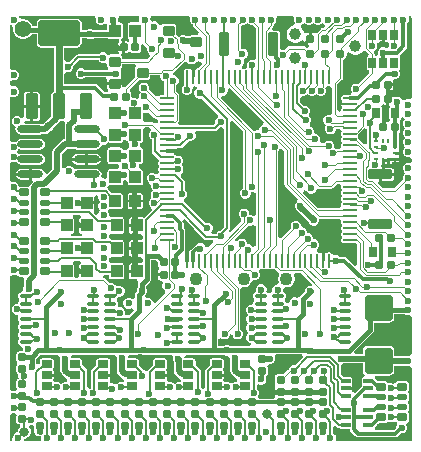
<source format=gtl>
G04*
G04 #@! TF.GenerationSoftware,Altium Limited,Altium Designer,23.8.1 (32)*
G04*
G04 Layer_Physical_Order=1*
G04 Layer_Color=255*
%FSLAX25Y25*%
%MOIN*%
G70*
G04*
G04 #@! TF.SameCoordinates,F58DEBE5-8EEA-44EF-AA6C-98AFA8108316*
G04*
G04*
G04 #@! TF.FilePolarity,Positive*
G04*
G01*
G75*
%ADD10C,0.00787*%
%ADD11C,0.00984*%
%ADD15C,0.00591*%
%ADD19C,0.01968*%
%ADD20O,0.04724X0.00866*%
%ADD21O,0.00866X0.04724*%
%ADD22R,0.12992X0.00787*%
%ADD23R,0.06693X0.00787*%
%ADD24R,0.00787X0.12992*%
%ADD25R,0.05512X0.00787*%
%ADD26R,0.25197X0.00787*%
%ADD27R,0.00787X0.38189*%
%ADD28R,0.00787X0.09055*%
%ADD29R,0.00787X0.06299*%
%ADD30R,0.00787X0.24803*%
%ADD31R,0.00787X0.27559*%
%ADD32R,0.00787X0.14567*%
%ADD33R,0.00787X0.01575*%
G04:AMPARAMS|DCode=34|XSize=25.59mil|YSize=31.5mil|CornerRadius=2.56mil|HoleSize=0mil|Usage=FLASHONLY|Rotation=270.000|XOffset=0mil|YOffset=0mil|HoleType=Round|Shape=RoundedRectangle|*
%AMROUNDEDRECTD34*
21,1,0.02559,0.02638,0,0,270.0*
21,1,0.02047,0.03150,0,0,270.0*
1,1,0.00512,-0.01319,-0.01024*
1,1,0.00512,-0.01319,0.01024*
1,1,0.00512,0.01319,0.01024*
1,1,0.00512,0.01319,-0.01024*
%
%ADD34ROUNDEDRECTD34*%
G04:AMPARAMS|DCode=35|XSize=17.72mil|YSize=31.5mil|CornerRadius=1.77mil|HoleSize=0mil|Usage=FLASHONLY|Rotation=270.000|XOffset=0mil|YOffset=0mil|HoleType=Round|Shape=RoundedRectangle|*
%AMROUNDEDRECTD35*
21,1,0.01772,0.02795,0,0,270.0*
21,1,0.01417,0.03150,0,0,270.0*
1,1,0.00354,-0.01398,-0.00709*
1,1,0.00354,-0.01398,0.00709*
1,1,0.00354,0.01398,0.00709*
1,1,0.00354,0.01398,-0.00709*
%
%ADD35ROUNDEDRECTD35*%
G04:AMPARAMS|DCode=36|XSize=12.6mil|YSize=31.5mil|CornerRadius=1.26mil|HoleSize=0mil|Usage=FLASHONLY|Rotation=90.000|XOffset=0mil|YOffset=0mil|HoleType=Round|Shape=RoundedRectangle|*
%AMROUNDEDRECTD36*
21,1,0.01260,0.02898,0,0,90.0*
21,1,0.01008,0.03150,0,0,90.0*
1,1,0.00252,0.01449,0.00504*
1,1,0.00252,0.01449,-0.00504*
1,1,0.00252,-0.01449,-0.00504*
1,1,0.00252,-0.01449,0.00504*
%
%ADD36ROUNDEDRECTD36*%
%ADD37O,0.04331X0.01181*%
G04:AMPARAMS|DCode=38|XSize=23.62mil|YSize=35.43mil|CornerRadius=2.36mil|HoleSize=0mil|Usage=FLASHONLY|Rotation=180.000|XOffset=0mil|YOffset=0mil|HoleType=Round|Shape=RoundedRectangle|*
%AMROUNDEDRECTD38*
21,1,0.02362,0.03071,0,0,180.0*
21,1,0.01890,0.03543,0,0,180.0*
1,1,0.00472,-0.00945,0.01535*
1,1,0.00472,0.00945,0.01535*
1,1,0.00472,0.00945,-0.01535*
1,1,0.00472,-0.00945,-0.01535*
%
%ADD38ROUNDEDRECTD38*%
G04:AMPARAMS|DCode=39|XSize=27.56mil|YSize=23.62mil|CornerRadius=2.36mil|HoleSize=0mil|Usage=FLASHONLY|Rotation=90.000|XOffset=0mil|YOffset=0mil|HoleType=Round|Shape=RoundedRectangle|*
%AMROUNDEDRECTD39*
21,1,0.02756,0.01890,0,0,90.0*
21,1,0.02284,0.02362,0,0,90.0*
1,1,0.00472,0.00945,0.01142*
1,1,0.00472,0.00945,-0.01142*
1,1,0.00472,-0.00945,-0.01142*
1,1,0.00472,-0.00945,0.01142*
%
%ADD39ROUNDEDRECTD39*%
%ADD40R,0.01378X0.00984*%
%ADD41R,0.00984X0.01378*%
G04:AMPARAMS|DCode=42|XSize=31.5mil|YSize=78.74mil|CornerRadius=3.15mil|HoleSize=0mil|Usage=FLASHONLY|Rotation=90.000|XOffset=0mil|YOffset=0mil|HoleType=Round|Shape=RoundedRectangle|*
%AMROUNDEDRECTD42*
21,1,0.03150,0.07244,0,0,90.0*
21,1,0.02520,0.07874,0,0,90.0*
1,1,0.00630,0.03622,0.01260*
1,1,0.00630,0.03622,-0.01260*
1,1,0.00630,-0.03622,-0.01260*
1,1,0.00630,-0.03622,0.01260*
%
%ADD42ROUNDEDRECTD42*%
G04:AMPARAMS|DCode=43|XSize=27.56mil|YSize=23.62mil|CornerRadius=2.36mil|HoleSize=0mil|Usage=FLASHONLY|Rotation=180.000|XOffset=0mil|YOffset=0mil|HoleType=Round|Shape=RoundedRectangle|*
%AMROUNDEDRECTD43*
21,1,0.02756,0.01890,0,0,180.0*
21,1,0.02284,0.02362,0,0,180.0*
1,1,0.00472,-0.01142,0.00945*
1,1,0.00472,0.01142,0.00945*
1,1,0.00472,0.01142,-0.00945*
1,1,0.00472,-0.01142,-0.00945*
%
%ADD43ROUNDEDRECTD43*%
G04:AMPARAMS|DCode=44|XSize=23.62mil|YSize=35.43mil|CornerRadius=2.36mil|HoleSize=0mil|Usage=FLASHONLY|Rotation=270.000|XOffset=0mil|YOffset=0mil|HoleType=Round|Shape=RoundedRectangle|*
%AMROUNDEDRECTD44*
21,1,0.02362,0.03071,0,0,270.0*
21,1,0.01890,0.03543,0,0,270.0*
1,1,0.00472,-0.01535,-0.00945*
1,1,0.00472,-0.01535,0.00945*
1,1,0.00472,0.01535,0.00945*
1,1,0.00472,0.01535,-0.00945*
%
%ADD44ROUNDEDRECTD44*%
G04:AMPARAMS|DCode=45|XSize=35.43mil|YSize=37.4mil|CornerRadius=3.54mil|HoleSize=0mil|Usage=FLASHONLY|Rotation=270.000|XOffset=0mil|YOffset=0mil|HoleType=Round|Shape=RoundedRectangle|*
%AMROUNDEDRECTD45*
21,1,0.03543,0.03032,0,0,270.0*
21,1,0.02835,0.03740,0,0,270.0*
1,1,0.00709,-0.01516,-0.01417*
1,1,0.00709,-0.01516,0.01417*
1,1,0.00709,0.01516,0.01417*
1,1,0.00709,0.01516,-0.01417*
%
%ADD45ROUNDEDRECTD45*%
%ADD46O,0.08661X0.02362*%
G04:AMPARAMS|DCode=47|XSize=43.31mil|YSize=84.65mil|CornerRadius=4.33mil|HoleSize=0mil|Usage=FLASHONLY|Rotation=0.000|XOffset=0mil|YOffset=0mil|HoleType=Round|Shape=RoundedRectangle|*
%AMROUNDEDRECTD47*
21,1,0.04331,0.07598,0,0,0.0*
21,1,0.03465,0.08465,0,0,0.0*
1,1,0.00866,0.01732,-0.03799*
1,1,0.00866,-0.01732,-0.03799*
1,1,0.00866,-0.01732,0.03799*
1,1,0.00866,0.01732,0.03799*
%
%ADD47ROUNDEDRECTD47*%
G04:AMPARAMS|DCode=48|XSize=39.37mil|YSize=43.31mil|CornerRadius=3.94mil|HoleSize=0mil|Usage=FLASHONLY|Rotation=0.000|XOffset=0mil|YOffset=0mil|HoleType=Round|Shape=RoundedRectangle|*
%AMROUNDEDRECTD48*
21,1,0.03937,0.03543,0,0,0.0*
21,1,0.03150,0.04331,0,0,0.0*
1,1,0.00787,0.01575,-0.01772*
1,1,0.00787,-0.01575,-0.01772*
1,1,0.00787,-0.01575,0.01772*
1,1,0.00787,0.01575,0.01772*
%
%ADD48ROUNDEDRECTD48*%
G04:AMPARAMS|DCode=49|XSize=27.56mil|YSize=36.22mil|CornerRadius=2.76mil|HoleSize=0mil|Usage=FLASHONLY|Rotation=0.000|XOffset=0mil|YOffset=0mil|HoleType=Round|Shape=RoundedRectangle|*
%AMROUNDEDRECTD49*
21,1,0.02756,0.03071,0,0,0.0*
21,1,0.02205,0.03622,0,0,0.0*
1,1,0.00551,0.01102,-0.01535*
1,1,0.00551,-0.01102,-0.01535*
1,1,0.00551,-0.01102,0.01535*
1,1,0.00551,0.01102,0.01535*
%
%ADD49ROUNDEDRECTD49*%
G04:AMPARAMS|DCode=50|XSize=31.5mil|YSize=78.74mil|CornerRadius=3.15mil|HoleSize=0mil|Usage=FLASHONLY|Rotation=0.000|XOffset=0mil|YOffset=0mil|HoleType=Round|Shape=RoundedRectangle|*
%AMROUNDEDRECTD50*
21,1,0.03150,0.07244,0,0,0.0*
21,1,0.02520,0.07874,0,0,0.0*
1,1,0.00630,0.01260,-0.03622*
1,1,0.00630,-0.01260,-0.03622*
1,1,0.00630,-0.01260,0.03622*
1,1,0.00630,0.01260,0.03622*
%
%ADD50ROUNDEDRECTD50*%
G04:AMPARAMS|DCode=51|XSize=35.43mil|YSize=37.4mil|CornerRadius=3.54mil|HoleSize=0mil|Usage=FLASHONLY|Rotation=270.000|XOffset=0mil|YOffset=0mil|HoleType=Round|Shape=RoundedRectangle|*
%AMROUNDEDRECTD51*
21,1,0.03543,0.03032,0,0,270.0*
21,1,0.02835,0.03740,0,0,270.0*
1,1,0.00709,-0.01516,-0.01417*
1,1,0.00709,-0.01516,0.01417*
1,1,0.00709,0.01516,0.01417*
1,1,0.00709,0.01516,-0.01417*
%
%ADD51ROUNDEDRECTD51*%
G04:AMPARAMS|DCode=52|XSize=137.8mil|YSize=84.65mil|CornerRadius=8.47mil|HoleSize=0mil|Usage=FLASHONLY|Rotation=0.000|XOffset=0mil|YOffset=0mil|HoleType=Round|Shape=RoundedRectangle|*
%AMROUNDEDRECTD52*
21,1,0.13780,0.06772,0,0,0.0*
21,1,0.12087,0.08465,0,0,0.0*
1,1,0.01693,0.06043,-0.03386*
1,1,0.01693,-0.06043,-0.03386*
1,1,0.01693,-0.06043,0.03386*
1,1,0.01693,0.06043,0.03386*
%
%ADD52ROUNDEDRECTD52*%
G04:AMPARAMS|DCode=53|XSize=43.31mil|YSize=84.65mil|CornerRadius=4.33mil|HoleSize=0mil|Usage=FLASHONLY|Rotation=0.000|XOffset=0mil|YOffset=0mil|HoleType=Round|Shape=RoundedRectangle|*
%AMROUNDEDRECTD53*
21,1,0.04331,0.07599,0,0,0.0*
21,1,0.03465,0.08465,0,0,0.0*
1,1,0.00866,0.01732,-0.03799*
1,1,0.00866,-0.01732,-0.03799*
1,1,0.00866,-0.01732,0.03799*
1,1,0.00866,0.01732,0.03799*
%
%ADD53ROUNDEDRECTD53*%
%ADD54C,0.03150*%
G04:AMPARAMS|DCode=55|XSize=86.61mil|YSize=90.55mil|CornerRadius=8.66mil|HoleSize=0mil|Usage=FLASHONLY|Rotation=90.000|XOffset=0mil|YOffset=0mil|HoleType=Round|Shape=RoundedRectangle|*
%AMROUNDEDRECTD55*
21,1,0.08661,0.07323,0,0,90.0*
21,1,0.06929,0.09055,0,0,90.0*
1,1,0.01732,0.03661,0.03465*
1,1,0.01732,0.03661,-0.03465*
1,1,0.01732,-0.03661,-0.03465*
1,1,0.01732,-0.03661,0.03465*
%
%ADD55ROUNDEDRECTD55*%
%ADD84C,0.03100*%
%ADD85C,0.00492*%
%ADD86C,0.01181*%
%ADD87C,0.01260*%
%ADD88C,0.01575*%
%ADD89C,0.02362*%
%ADD90C,0.02362*%
%ADD91C,0.04331*%
%ADD92C,0.03900*%
%ADD93C,0.05512*%
G36*
X28560Y140945D02*
X28543Y140904D01*
Y140199D01*
X28813Y139548D01*
X29311Y139049D01*
X29963Y138779D01*
X30667D01*
X31319Y139049D01*
X31433Y139163D01*
X32375Y139146D01*
X32428Y139123D01*
X32528Y138858D01*
X32473Y138583D01*
Y137236D01*
X27654D01*
X27132Y137452D01*
X26427D01*
X25776Y137182D01*
X25679Y137085D01*
X23847D01*
Y139395D01*
X23735Y139956D01*
X23418Y140431D01*
X22943Y140749D01*
X22382Y140860D01*
X10295D01*
X9735Y140749D01*
X9259Y140431D01*
X8942Y139956D01*
X8830Y139395D01*
Y138413D01*
X7524D01*
X7449Y138693D01*
X7009Y139456D01*
X6385Y140079D01*
X5622Y140520D01*
X4771Y140748D01*
X3890D01*
X3740Y140708D01*
X3727Y140711D01*
X3636Y140945D01*
X4176Y141732D01*
X28034D01*
X28560Y140945D01*
D02*
G37*
G36*
X98546Y139106D02*
X98603Y139049D01*
X99254Y138779D01*
X99959D01*
X100610Y139049D01*
X100667Y139106D01*
X101181Y139493D01*
X101696Y139106D01*
X101752Y139049D01*
X102403Y138779D01*
X103108D01*
X103760Y139049D01*
X103816Y139106D01*
X104254Y139435D01*
X104749Y139129D01*
X104860Y138303D01*
X104385Y137784D01*
X104114D01*
X103788Y137718D01*
X103511Y137534D01*
X102153Y136176D01*
X101393Y136021D01*
X101201Y136061D01*
X100610Y136306D01*
Y134193D01*
X99626D01*
Y136306D01*
X98906Y136008D01*
X98840Y135942D01*
X98455Y136009D01*
X98013Y136228D01*
X97852Y136826D01*
X97466Y137495D01*
X96922Y138039D01*
X96911Y138111D01*
X97046Y138877D01*
X97460Y139049D01*
X97517Y139106D01*
X98032Y139493D01*
X98546Y139106D01*
D02*
G37*
G36*
X60057Y140945D02*
X60039Y140904D01*
Y140199D01*
X60309Y139548D01*
X60807Y139049D01*
X60958Y138987D01*
Y138646D01*
X61023Y138320D01*
X61208Y138043D01*
X63012Y136239D01*
X62686Y135452D01*
X60571D01*
X60202Y135378D01*
X59890Y135169D01*
X59869Y135138D01*
X58561D01*
X57978Y135379D01*
X57273D01*
X56622Y135110D01*
X56182Y134670D01*
X55314Y135538D01*
Y138228D01*
X55240Y138597D01*
X55032Y138910D01*
X54719Y139118D01*
X54350Y139192D01*
X51319D01*
X50950Y139118D01*
X50638Y138910D01*
X50499Y138703D01*
X50416Y138689D01*
X50013Y138700D01*
X49679Y138784D01*
X49492Y139234D01*
X48994Y139733D01*
X48342Y140002D01*
X47638D01*
X47380Y139896D01*
X47159Y139988D01*
X46654Y140428D01*
Y140904D01*
X46637Y140945D01*
X47163Y141732D01*
X59530D01*
X60057Y140945D01*
D02*
G37*
G36*
X124901Y133055D02*
X125354D01*
X125677Y133119D01*
X126281Y132778D01*
X126459Y132438D01*
X126378Y132242D01*
Y131537D01*
X125767Y131109D01*
X125405Y130980D01*
X124754Y131250D01*
X124049D01*
X123398Y130980D01*
X122900Y130482D01*
X122630Y129831D01*
Y129126D01*
X122689Y128982D01*
X122583Y128784D01*
X122544Y128742D01*
X122003Y128347D01*
X121522Y128610D01*
Y129175D01*
X121457Y129502D01*
X121670Y130384D01*
X121673Y130388D01*
X122171Y130886D01*
X122441Y131537D01*
Y132242D01*
X122363Y132431D01*
X122478Y132657D01*
X122527Y132706D01*
X123142Y133119D01*
X123465Y133055D01*
X123917D01*
Y135433D01*
X124901D01*
Y133055D01*
D02*
G37*
G36*
X43127Y140945D02*
X43110Y140904D01*
Y140199D01*
X42512Y139586D01*
X40170D01*
X39786Y139510D01*
X39460Y139292D01*
X39243Y138967D01*
X39166Y138583D01*
Y135039D01*
X39243Y134655D01*
X39460Y134330D01*
X39636Y134213D01*
X39797Y133594D01*
X39804Y133306D01*
X39629Y133149D01*
X39400D01*
X39377Y133158D01*
X39118Y133332D01*
X38795Y133396D01*
X38342D01*
Y131411D01*
X37850D01*
D01*
X38342D01*
Y129426D01*
X38795D01*
X39118Y129490D01*
X39377Y129664D01*
X39400Y129673D01*
X40238D01*
X40260Y129664D01*
X40520Y129490D01*
X40842Y129426D01*
X42732D01*
X43055Y129490D01*
X43328Y129673D01*
X43511Y129947D01*
X43575Y130269D01*
Y132131D01*
X44017Y132360D01*
X44362Y132412D01*
X45669Y131104D01*
X45638Y131027D01*
Y130323D01*
X45907Y129672D01*
X46406Y129173D01*
X46517Y128275D01*
X45657Y127415D01*
X37392D01*
Y127980D01*
X37318Y128348D01*
X37124Y128639D01*
X37150Y128774D01*
X37358Y129361D01*
Y130919D01*
X36062D01*
Y130269D01*
X36126Y129947D01*
X36271Y129730D01*
X36205Y129438D01*
X35985Y128943D01*
X33397D01*
X33028Y128870D01*
X32891Y128778D01*
X32637Y128855D01*
X32138Y129353D01*
X31487Y129623D01*
X30782D01*
X30131Y129353D01*
X29705Y128926D01*
X22706D01*
X22322Y128850D01*
X21997Y128632D01*
X19794Y126430D01*
X19627Y126499D01*
X18922D01*
X18145Y127029D01*
Y131158D01*
X22382D01*
X22943Y131270D01*
X23418Y131588D01*
X23735Y132063D01*
X23847Y132624D01*
Y134275D01*
X25679D01*
X25776Y134178D01*
X26427Y133908D01*
X27132D01*
X27783Y134178D01*
X28031Y134426D01*
X32703D01*
X32767Y134330D01*
X33093Y134112D01*
X33477Y134036D01*
X36327D01*
X36414Y133797D01*
X36458Y133248D01*
X36309Y133149D01*
X36126Y132875D01*
X36062Y132553D01*
Y131903D01*
X37358D01*
Y133396D01*
X37247D01*
X37127Y133758D01*
X37116Y134183D01*
X37336Y134330D01*
X37554Y134655D01*
X37630Y135039D01*
Y138583D01*
X37554Y138967D01*
X37336Y139292D01*
X37010Y139510D01*
X36626Y139586D01*
X36433D01*
X36024Y140199D01*
Y140904D01*
X36007Y140945D01*
X36533Y141732D01*
X42601D01*
X43127Y140945D01*
D02*
G37*
G36*
X94702D02*
X94685Y140904D01*
Y140199D01*
X94955Y139548D01*
X95088Y139415D01*
X94762Y138627D01*
X94732D01*
X93986Y138427D01*
X93317Y138041D01*
X92770Y137495D01*
X92384Y136826D01*
X92184Y136079D01*
Y135307D01*
X92384Y134560D01*
X92770Y133891D01*
X93317Y133345D01*
X93986Y132959D01*
X94732Y132759D01*
X95504D01*
X96251Y132959D01*
X96920Y133345D01*
X97235Y133660D01*
X97287Y133668D01*
X98038Y133507D01*
X98103Y133463D01*
X98304Y132981D01*
X98906Y132378D01*
X99610Y132087D01*
X99653Y131693D01*
X99610Y131299D01*
X98909Y131009D01*
X98490Y131427D01*
X98213Y131612D01*
X97887Y131677D01*
X93087D01*
X92760Y131612D01*
X92484Y131427D01*
X91545Y130489D01*
X91395Y130551D01*
X90690D01*
X89983Y131111D01*
Y131355D01*
X89977Y131383D01*
Y135962D01*
X89907Y136315D01*
X89707Y136615D01*
X89407Y136815D01*
X89054Y136885D01*
X87615D01*
X87289Y137672D01*
X87611Y137994D01*
X87796Y138271D01*
X87861Y138597D01*
Y138987D01*
X88011Y139049D01*
X88510Y139548D01*
X88779Y140199D01*
Y140904D01*
X88762Y140945D01*
X89289Y141732D01*
X94176D01*
X94702Y140945D01*
D02*
G37*
G36*
X119515Y129124D02*
X119445Y128617D01*
X119317Y128242D01*
X119128Y128116D01*
X118946Y127842D01*
X118881Y127520D01*
Y124449D01*
X118946Y124126D01*
X119128Y123853D01*
X119402Y123670D01*
X119505Y123650D01*
X119671Y122897D01*
X119667Y122842D01*
X115956Y119131D01*
X115805Y119193D01*
X115100D01*
X114449Y118923D01*
X113951Y118425D01*
X113681Y117774D01*
Y117069D01*
X113951Y116418D01*
X114048Y116320D01*
X113722Y115533D01*
X113226D01*
X112765Y115441D01*
X112724Y115414D01*
X111297D01*
X110898Y115334D01*
X110559Y115108D01*
X110333Y114769D01*
X110253Y114370D01*
X110333Y113971D01*
X110559Y113632D01*
X110559Y113140D01*
X110395Y112894D01*
X113226D01*
Y111909D01*
X110395D01*
X110559Y111664D01*
X110559Y111171D01*
X110333Y110833D01*
X110253Y110433D01*
X110285Y110274D01*
X109852Y109640D01*
X109146Y110282D01*
Y118991D01*
X110721Y120567D01*
X110906Y120844D01*
X110971Y121170D01*
Y127229D01*
X111331Y127378D01*
X111933Y127980D01*
X112259Y128767D01*
Y129289D01*
X113046Y129615D01*
X113317Y129345D01*
X113986Y128959D01*
X114732Y128759D01*
X115505D01*
X116251Y128959D01*
X116920Y129345D01*
X117466Y129891D01*
X117541Y130021D01*
X117559Y130035D01*
X118511Y130127D01*
X119515Y129124D01*
D02*
G37*
G36*
X63151Y126559D02*
X63611D01*
X63994Y125829D01*
X62548Y124383D01*
X62495Y124303D01*
X62117Y124099D01*
X61566Y124082D01*
X61553Y124091D01*
Y121260D01*
X60569D01*
Y124091D01*
X60323Y123927D01*
X59830Y123927D01*
X59492Y124153D01*
X59092Y124233D01*
X58693Y124153D01*
X58354Y123927D01*
X58128Y123588D01*
X58049Y123189D01*
Y119331D01*
X58104Y119053D01*
Y118681D01*
X57982Y118631D01*
X57484Y118132D01*
X57214Y117481D01*
Y116776D01*
X57484Y116125D01*
X57982Y115627D01*
X58634Y115357D01*
X59338D01*
X59989Y115627D01*
X60488Y116125D01*
X60757Y116776D01*
Y117481D01*
X60729Y117550D01*
X60836Y117788D01*
X61260Y118327D01*
X61460Y118367D01*
X61470Y118373D01*
X62269Y118190D01*
X62226Y117487D01*
X61728Y116989D01*
X61458Y116338D01*
Y115633D01*
X61728Y114982D01*
X62226Y114484D01*
X62877Y114214D01*
X63582D01*
X63803Y114305D01*
X69275Y108833D01*
X69167Y107936D01*
X68669Y107437D01*
X68399Y106786D01*
Y106081D01*
X68399Y106081D01*
X67807Y105490D01*
X56371D01*
X56045Y106277D01*
X56151Y106383D01*
X56336Y106659D01*
X56401Y106986D01*
Y115444D01*
X56336Y115770D01*
X56151Y116047D01*
X55356Y116841D01*
Y118607D01*
X55481Y118659D01*
X55979Y119157D01*
X56249Y119808D01*
Y120513D01*
X55979Y121164D01*
X55481Y121662D01*
X54830Y121932D01*
X54509D01*
X54499Y121939D01*
X54443Y122062D01*
X54419Y122852D01*
X54696Y123037D01*
X58146Y126487D01*
X59035Y126399D01*
X59533Y125900D01*
X60184Y125631D01*
X60889D01*
X61540Y125900D01*
X62038Y126399D01*
X62985Y126627D01*
X63151Y126559D01*
D02*
G37*
G36*
X79648Y139106D02*
X79705Y139049D01*
X80356Y138779D01*
X80838D01*
X81876Y137742D01*
Y127567D01*
X81162Y127011D01*
X80457D01*
X79806Y126741D01*
X79308Y126242D01*
X79038Y125591D01*
Y124984D01*
X78977Y124809D01*
X78481Y124174D01*
X78378Y124153D01*
X78098Y123966D01*
X77324Y124166D01*
X77289Y124257D01*
X77237Y124646D01*
X77255Y124947D01*
X77585Y125276D01*
X77854Y125927D01*
Y126632D01*
X77836Y127303D01*
X78487Y127572D01*
X78985Y128071D01*
X79255Y128722D01*
Y129427D01*
X78985Y130078D01*
X78487Y130576D01*
X77836Y130846D01*
X77131D01*
X76886Y131573D01*
Y138060D01*
X77207Y138779D01*
X77912D01*
X78563Y139049D01*
X78619Y139106D01*
X79134Y139493D01*
X79648Y139106D01*
D02*
G37*
G36*
X1021Y138006D02*
X1025Y137992D01*
X984Y137842D01*
Y136961D01*
X1212Y136110D01*
X1653Y135347D01*
X2276Y134724D01*
X3039Y134283D01*
X3890Y134055D01*
X4771D01*
X5622Y134283D01*
X6385Y134724D01*
X7009Y135347D01*
X7156Y135603D01*
X8830D01*
Y132624D01*
X8942Y132063D01*
X9259Y131588D01*
X9735Y131270D01*
X10295Y131158D01*
X14532D01*
Y117407D01*
Y116428D01*
X14207Y116364D01*
X13868Y116137D01*
X13642Y115799D01*
X13563Y115399D01*
Y110473D01*
X13552Y110419D01*
X13552Y110419D01*
Y108064D01*
X12077Y106589D01*
X11676Y106423D01*
X11178Y105925D01*
X11087Y105706D01*
X11021Y105640D01*
X10473D01*
X9843Y105765D01*
X5215D01*
X4711Y106445D01*
X5152Y106837D01*
X5551Y106757D01*
X6791D01*
Y111108D01*
X4507D01*
Y108172D01*
X3720Y107846D01*
X3464Y108102D01*
X2813Y108371D01*
X2108D01*
X1457Y108102D01*
X959Y107603D01*
X787Y107190D01*
X0Y107346D01*
Y114255D01*
X787Y114781D01*
X829Y114764D01*
X1534D01*
X2185Y115033D01*
X2683Y115532D01*
X2953Y116183D01*
Y116888D01*
X2683Y117539D01*
X2185Y118037D01*
X1534Y118307D01*
X829D01*
X787Y118290D01*
X0Y118816D01*
Y119767D01*
X787Y120293D01*
X829Y120276D01*
X1534D01*
X2185Y120545D01*
X2683Y121044D01*
X2953Y121695D01*
Y122400D01*
X2683Y123051D01*
X2185Y123549D01*
X1534Y123819D01*
X829D01*
X787Y123802D01*
X0Y124328D01*
Y137556D01*
X787Y138096D01*
X1021Y138006D01*
D02*
G37*
G36*
X29633Y126848D02*
X30131Y126349D01*
X30782Y126079D01*
X31487D01*
X31646Y126145D01*
X32434Y125619D01*
Y125145D01*
X32507Y124776D01*
X32679Y124518D01*
X32616Y124235D01*
X32395Y123731D01*
X24935D01*
X24669Y123998D01*
X24018Y124267D01*
X23313D01*
X22662Y123998D01*
X22163Y123499D01*
X21894Y122848D01*
Y122143D01*
X22163Y121492D01*
X22662Y120994D01*
X23313Y120724D01*
X24018D01*
X24669Y120994D01*
X24998Y121323D01*
X31863D01*
X31995Y121229D01*
X32441Y120535D01*
X32433Y120499D01*
Y119574D01*
X34913D01*
X37392D01*
Y120499D01*
X37318Y120868D01*
X37110Y121180D01*
X36845Y121511D01*
X37067Y122083D01*
X37105Y122174D01*
Y122879D01*
X36862Y123465D01*
X36852Y123597D01*
X37053Y124426D01*
X37110Y124464D01*
X37318Y124776D01*
X37392Y125145D01*
Y125709D01*
X41731D01*
X41969Y124922D01*
X41968Y124921D01*
X41759Y124608D01*
X41685Y124239D01*
Y121549D01*
X38179Y118043D01*
X37653Y118171D01*
X37392Y118347D01*
Y118590D01*
X34913D01*
X32433D01*
Y117665D01*
X32507Y117296D01*
X32650Y117081D01*
X32538Y116666D01*
X32372Y116369D01*
X31599Y116310D01*
X29257Y118652D01*
X28866Y118913D01*
X28405Y119005D01*
X28405Y119005D01*
X18145D01*
Y122425D01*
X18922Y122956D01*
X19627D01*
X20278Y123225D01*
X20777Y123724D01*
X21046Y124375D01*
Y124844D01*
X23122Y126919D01*
X29603D01*
X29633Y126848D01*
D02*
G37*
G36*
X106336Y118287D02*
X106652Y118350D01*
X106813Y118315D01*
X107440Y117890D01*
Y109303D01*
X107166Y109017D01*
X106723Y108748D01*
X106577Y108808D01*
X105872D01*
X105221Y108539D01*
X104723Y108040D01*
X104453Y107389D01*
Y106684D01*
X104723Y106033D01*
X105221Y105535D01*
X105144Y104714D01*
X105007Y104382D01*
Y103678D01*
X105276Y103026D01*
X105775Y102528D01*
X106426Y102258D01*
X107131D01*
X107782Y102528D01*
X108280Y103026D01*
X108550Y103678D01*
Y104155D01*
X109923D01*
X110559Y103464D01*
Y103297D01*
X110333Y102958D01*
X110253Y102559D01*
X110333Y102160D01*
X110559Y101821D01*
X110559Y101329D01*
X110333Y100990D01*
X110253Y100591D01*
X110333Y100191D01*
X110559Y99853D01*
X110559Y99360D01*
X110333Y99021D01*
X110253Y98622D01*
X110327Y98252D01*
X110330Y98219D01*
X109892Y97465D01*
X108842D01*
X108713Y97439D01*
X108689Y97463D01*
X108614Y97495D01*
X107996Y98061D01*
Y98766D01*
X107727Y99417D01*
X107228Y99916D01*
X106577Y100185D01*
X105872D01*
X105221Y99916D01*
X104723Y99417D01*
X104707Y99379D01*
X103794D01*
X103268Y100166D01*
X103297Y100237D01*
Y100942D01*
X103027Y101593D01*
X102529Y102091D01*
X102024Y102301D01*
X101378Y102797D01*
Y103502D01*
X101108Y104153D01*
X100610Y104651D01*
X100065Y104877D01*
X99897Y105333D01*
X99841Y105709D01*
X100106Y105973D01*
X100375Y106625D01*
Y107329D01*
X100106Y107981D01*
X99607Y108479D01*
X99792Y109255D01*
X99972Y109689D01*
Y110394D01*
X99702Y111045D01*
X99203Y111544D01*
X98552Y111813D01*
X97847D01*
X97847Y111813D01*
X96673Y112988D01*
Y114513D01*
X97386Y115069D01*
X98091D01*
X98742Y115339D01*
X99209Y115806D01*
X99677Y115339D01*
X100328Y115069D01*
X101033D01*
X101684Y115339D01*
X102135Y115790D01*
X102585Y115339D01*
X103236Y115069D01*
X103941D01*
X104592Y115339D01*
X105091Y115838D01*
X105360Y116489D01*
Y117193D01*
X105143Y117719D01*
X105156Y117738D01*
X105192Y117918D01*
X105725Y118277D01*
X105848Y118329D01*
X106008Y118352D01*
X106336Y118287D01*
D02*
G37*
G36*
X50135Y121364D02*
X50405Y120712D01*
X50903Y120214D01*
X51350Y120029D01*
Y115414D01*
X50273D01*
X49874Y115334D01*
X49535Y115108D01*
X48640Y114982D01*
X48588Y114999D01*
X46321Y117265D01*
X46384Y117416D01*
Y118121D01*
X46114Y118772D01*
X45616Y119270D01*
X44964Y119540D01*
X44260D01*
X43608Y119270D01*
X43110Y118772D01*
X42840Y118121D01*
Y117416D01*
X43110Y116765D01*
X43570Y116305D01*
X43183Y115919D01*
X42913Y115267D01*
Y114686D01*
X42550Y114393D01*
X42199Y114230D01*
X41646Y114459D01*
X40941D01*
X40435Y114797D01*
Y115838D01*
X40371Y116160D01*
X40188Y116434D01*
X40133Y116471D01*
X39948Y117204D01*
X39959Y117411D01*
X42990Y120441D01*
X45680D01*
X46049Y120515D01*
X46362Y120723D01*
X46570Y121036D01*
X46644Y121405D01*
Y121969D01*
X50135D01*
Y121364D01*
D02*
G37*
G36*
X133858Y141026D02*
Y114485D01*
X133071Y113959D01*
X133030Y113976D01*
X132325D01*
X131674Y113707D01*
X131605Y113638D01*
X130704Y113851D01*
X130607Y114084D01*
X130109Y114583D01*
X129458Y114853D01*
X128753D01*
X128435Y114721D01*
X127647Y115157D01*
Y115315D01*
X127583Y115638D01*
X127401Y115911D01*
X127127Y116094D01*
X126804Y116158D01*
Y116913D01*
X127127Y116977D01*
X127401Y117160D01*
X127583Y117433D01*
X127647Y117756D01*
Y118405D01*
X125859D01*
Y119390D01*
X127647D01*
Y120039D01*
X127647Y120040D01*
X127659Y120084D01*
X128135Y120701D01*
X128244Y120768D01*
X128547D01*
X129198Y121037D01*
X129697Y121536D01*
X129966Y122187D01*
Y122892D01*
X129697Y123543D01*
X129663Y123576D01*
X129691Y123853D01*
X129873Y124126D01*
X129938Y124449D01*
Y127520D01*
X129873Y127842D01*
X129848Y128475D01*
X130012Y128848D01*
X131954Y130789D01*
X131954Y130789D01*
X132215Y131180D01*
X132307Y131641D01*
X132307Y131641D01*
Y139250D01*
X132604Y139548D01*
X132874Y140199D01*
Y140502D01*
X133549Y141090D01*
X133601Y141104D01*
X133858Y141026D01*
D02*
G37*
G36*
X126352Y112031D02*
X126402Y111961D01*
X126587Y111401D01*
X126500Y111271D01*
X126433Y110933D01*
Y107862D01*
X126500Y107524D01*
X126692Y107238D01*
X126231Y106618D01*
X125997Y106364D01*
X125940D01*
X125918Y106373D01*
X125658Y106547D01*
X125335Y106611D01*
X124302D01*
X124145Y106827D01*
X123953Y107398D01*
X124038Y107524D01*
X124105Y107862D01*
Y110933D01*
X124038Y111271D01*
X123846Y111557D01*
X123803Y111788D01*
X124261Y112435D01*
X124310D01*
X124332Y112426D01*
X124592Y112253D01*
X124915Y112188D01*
X125367D01*
Y114173D01*
X126352D01*
Y112031D01*
D02*
G37*
G36*
X47946Y107820D02*
X48223Y107635D01*
X48549Y107570D01*
X48813D01*
X49161Y107097D01*
X49287Y106783D01*
X49230Y106496D01*
X49309Y106097D01*
X49255Y106024D01*
X48213Y105952D01*
X48056Y106109D01*
X47779Y106294D01*
X47453Y106359D01*
X44634D01*
X44241Y107147D01*
X44246Y107155D01*
X44323Y107539D01*
Y108987D01*
X45020Y109551D01*
X45725D01*
X46072Y109694D01*
X47946Y107820D01*
D02*
G37*
G36*
X84499Y106456D02*
X84501Y106239D01*
X84269Y105573D01*
X83854Y105401D01*
X83356Y104903D01*
X83086Y104251D01*
Y103642D01*
X82423D01*
X81772Y103372D01*
X81290Y103479D01*
X70371Y114398D01*
X70730Y115153D01*
X71156D01*
X71807Y115422D01*
X72305Y115921D01*
X72575Y116572D01*
Y117266D01*
X72606Y117296D01*
X73250Y117705D01*
X84499Y106456D01*
D02*
G37*
G36*
X18214Y106401D02*
X18370Y106014D01*
X18301Y105910D01*
X18178Y105296D01*
X18178Y105296D01*
Y100676D01*
X17693Y100580D01*
X17172Y100231D01*
X17172Y100231D01*
X14613Y97672D01*
X14265Y97151D01*
X14142Y96537D01*
X14142Y96536D01*
Y90720D01*
X12393Y88971D01*
X11586Y89277D01*
X11512Y89650D01*
X11120Y90236D01*
X10534Y90628D01*
X9843Y90765D01*
X7186D01*
Y88959D01*
Y87132D01*
X7503Y86365D01*
X6849Y85711D01*
X6501Y85190D01*
X6043Y84859D01*
X3406D01*
X2984Y84989D01*
X2757Y85472D01*
X2683Y85649D01*
X2185Y86148D01*
X1534Y86417D01*
X829D01*
X787Y86400D01*
X0Y86926D01*
Y92601D01*
X787Y93127D01*
X829Y93110D01*
X1534D01*
X1883Y93255D01*
X2266Y92681D01*
X2853Y92290D01*
X3544Y92153D01*
X9843D01*
X10534Y92290D01*
X11120Y92681D01*
X11512Y93268D01*
X11649Y93959D01*
X11512Y94650D01*
X11120Y95236D01*
X10534Y95628D01*
X9843Y95765D01*
X3544D01*
X2853Y95628D01*
X2781Y95649D01*
X2683Y95885D01*
X2626Y95942D01*
X2239Y96457D01*
X2626Y96971D01*
X2683Y97028D01*
X2783Y97269D01*
X2853Y97290D01*
X3544Y97153D01*
X9843D01*
X10534Y97290D01*
X11120Y97681D01*
X11512Y98268D01*
X11649Y98959D01*
X11512Y99650D01*
X11120Y100236D01*
X10534Y100628D01*
X9843Y100765D01*
X3544D01*
X2852Y100628D01*
X2266Y100236D01*
X1881Y99659D01*
X1534Y99803D01*
X829D01*
X787Y99786D01*
X0Y100312D01*
Y105853D01*
X787Y106010D01*
X959Y105596D01*
X1457Y105098D01*
X1780Y104964D01*
X1875Y104650D01*
X1737Y103959D01*
X1875Y103268D01*
X2266Y102682D01*
X2853Y102290D01*
X3544Y102153D01*
X9843D01*
X10534Y102290D01*
X10741Y102428D01*
X11686D01*
X11686Y102428D01*
X12300Y102551D01*
X12821Y102899D01*
X13101Y103178D01*
X13683Y103419D01*
X14182Y103918D01*
X14347Y104318D01*
X16293Y106264D01*
X16623Y106757D01*
X17920D01*
X18214Y106401D01*
D02*
G37*
G36*
X69818Y104662D02*
X70523D01*
X71261Y104116D01*
Y71500D01*
X69992Y70230D01*
X69981Y70214D01*
X69397Y69972D01*
X68899Y69474D01*
X68739Y69088D01*
X67313D01*
X66987Y69875D01*
X67220Y70109D01*
X67490Y70760D01*
Y71465D01*
X67220Y72116D01*
X66722Y72614D01*
X66071Y72884D01*
X65366D01*
X65070Y72761D01*
X58185Y79647D01*
X57993Y79775D01*
X57944Y80286D01*
X58014Y80636D01*
X58287Y80750D01*
X58786Y81248D01*
X59056Y81899D01*
Y82604D01*
X58786Y83255D01*
X58287Y83753D01*
X58287Y83754D01*
Y86417D01*
X58211Y86801D01*
X57993Y87127D01*
X56905Y88215D01*
X57009Y89110D01*
X57507Y89608D01*
X57777Y90259D01*
Y90964D01*
X57507Y91615D01*
X57020Y92102D01*
X57378Y92459D01*
X57648Y93111D01*
Y93815D01*
X57378Y94467D01*
X56880Y94965D01*
X56228Y95235D01*
X55579D01*
X55466Y95286D01*
X54870Y95816D01*
Y95916D01*
X55034Y96161D01*
X52202D01*
Y97146D01*
X55362D01*
X55540Y97443D01*
X55693Y97577D01*
X56686D01*
X57070Y97653D01*
X57396Y97871D01*
X59588Y100063D01*
X59747Y99997D01*
X60452D01*
X61103Y100267D01*
X61601Y100765D01*
X61871Y101416D01*
Y102121D01*
X61633Y102695D01*
X61768Y103066D01*
X62004Y103483D01*
X68223D01*
X68607Y103559D01*
X68932Y103777D01*
X69818Y104662D01*
X69818Y104662D01*
D02*
G37*
G36*
X39243Y100068D02*
X39460Y99743D01*
X39786Y99525D01*
X39792Y99512D01*
X39716Y99329D01*
Y98624D01*
X39786Y97838D01*
X39460Y97619D01*
X39243Y97293D01*
X38455Y96948D01*
X37750D01*
X37554Y97293D01*
X37336Y97619D01*
X37010Y97836D01*
X36626Y97913D01*
X33477D01*
X33093Y97836D01*
X32767Y97619D01*
X32550Y97293D01*
X32473Y96909D01*
Y93366D01*
X32550Y92982D01*
X32767Y92656D01*
X33093Y92439D01*
X33477Y92362D01*
X35780D01*
X36428Y92044D01*
X36458Y91287D01*
X35836Y90826D01*
X33477D01*
X33093Y90750D01*
X32767Y90532D01*
X32550Y90207D01*
X32473Y89823D01*
Y87878D01*
X32339Y87738D01*
X31686Y87417D01*
X31283Y87584D01*
X30900D01*
X30458Y88200D01*
X30423Y88288D01*
X30418Y88311D01*
X30547Y88959D01*
X30409Y89650D01*
X30018Y90236D01*
X29432Y90628D01*
X28741Y90765D01*
X22441D01*
X21750Y90628D01*
X21308Y90762D01*
X21181Y91069D01*
X20683Y91567D01*
X20031Y91837D01*
X19327D01*
X18676Y91567D01*
X18177Y91069D01*
X18141Y90981D01*
X17354Y91138D01*
Y95872D01*
X18956Y97474D01*
X19136Y97400D01*
X19573D01*
X19807Y97353D01*
X19807Y97353D01*
X21655D01*
X21750Y97290D01*
X22441Y97153D01*
X28741D01*
X29432Y97290D01*
X30018Y97681D01*
X30409Y98268D01*
X30901Y98834D01*
X31606Y98834D01*
X32257Y99103D01*
X32755Y99602D01*
X32909Y99648D01*
X33093Y99525D01*
X33477Y99449D01*
X36626D01*
X37010Y99525D01*
X37336Y99743D01*
X37554Y100068D01*
X37717Y100419D01*
X38478Y100479D01*
X39243Y100068D01*
D02*
G37*
G36*
X118598Y104128D02*
X118878Y103943D01*
Y99231D01*
X118151Y98930D01*
X116127Y100954D01*
X116120Y100990D01*
X115893Y101329D01*
X115893Y101821D01*
X116120Y102160D01*
X116148Y102304D01*
X118091Y104247D01*
X118598Y104128D01*
D02*
G37*
G36*
X131562Y107404D02*
X131232Y106966D01*
X131175Y106909D01*
X130905Y106258D01*
Y105553D01*
X131175Y104902D01*
X131232Y104845D01*
X131619Y104331D01*
X131232Y103816D01*
X131175Y103760D01*
X130905Y103108D01*
Y102403D01*
X131175Y101752D01*
X131232Y101696D01*
X131619Y101181D01*
X131232Y100667D01*
X131175Y100610D01*
X130905Y99959D01*
Y99254D01*
X131175Y98603D01*
X131232Y98546D01*
X131619Y98032D01*
X131232Y97517D01*
X131175Y97460D01*
X130905Y96809D01*
Y96104D01*
X131175Y95453D01*
X131674Y94955D01*
X132325Y94685D01*
X133030D01*
X133071Y94702D01*
X133858Y94176D01*
Y93226D01*
X133071Y92699D01*
X133030Y92716D01*
X132325D01*
X131674Y92447D01*
X131175Y91948D01*
X130905Y91297D01*
Y90592D01*
X131175Y89941D01*
X131232Y89885D01*
X131619Y89370D01*
X131232Y88856D01*
X131175Y88799D01*
X130905Y88148D01*
Y87443D01*
X130968Y87292D01*
X127993Y84318D01*
X124285D01*
X122537Y86066D01*
X122838Y86793D01*
X122919D01*
Y88976D01*
X123411D01*
Y89468D01*
X127957D01*
Y90236D01*
X127886Y90589D01*
X127686Y90889D01*
X127387Y91089D01*
X127033Y91159D01*
X124145D01*
X123676Y91759D01*
X123873Y92547D01*
X125659D01*
Y93826D01*
X126643D01*
Y92547D01*
X127234D01*
Y92940D01*
X127824D01*
Y94023D01*
X128316D01*
Y94515D01*
X129596D01*
Y95499D01*
X128316D01*
Y96484D01*
X129596D01*
Y96877D01*
Y101011D01*
X129526D01*
Y102692D01*
X129595Y102706D01*
X129868Y102889D01*
X130051Y103162D01*
X130115Y103484D01*
Y105768D01*
X130051Y106091D01*
X129938Y106259D01*
X129910Y106540D01*
X130062Y107182D01*
X130145Y107238D01*
X130337Y107524D01*
X130404Y107862D01*
X131098Y108033D01*
X131125Y108033D01*
X131562Y107404D01*
D02*
G37*
G36*
X47139Y103882D02*
X47108Y103635D01*
X46610Y103137D01*
X46340Y102486D01*
Y101781D01*
X46610Y101130D01*
X47108Y100631D01*
X47168Y100606D01*
Y96745D01*
X47245Y96361D01*
X47462Y96035D01*
X49272Y94226D01*
X49535Y93454D01*
X49309Y93116D01*
X49230Y92716D01*
X49309Y92317D01*
X49535Y91979D01*
X49535Y91486D01*
X49309Y91147D01*
X49230Y90748D01*
X49309Y90349D01*
X49535Y90010D01*
X49535Y89517D01*
X49349Y89239D01*
X49254Y89167D01*
X48471Y89003D01*
X48379Y89096D01*
X47728Y89365D01*
X47023D01*
X46372Y89096D01*
X45873Y88597D01*
X45604Y87946D01*
Y87241D01*
X45873Y86590D01*
X46372Y86092D01*
X46949Y85429D01*
Y84724D01*
X47219Y84073D01*
X47596Y83695D01*
X47128Y83227D01*
X46859Y82576D01*
Y81871D01*
X46931Y81697D01*
X47108Y80919D01*
X46610Y80420D01*
X46340Y79769D01*
Y79064D01*
X46610Y78413D01*
X47108Y77915D01*
X47194Y77027D01*
X45064Y74897D01*
X44507Y74395D01*
X44181Y74613D01*
X43797Y74689D01*
X42714D01*
Y71914D01*
Y69139D01*
X43797D01*
X44368Y68466D01*
Y67751D01*
X43797Y67078D01*
X42714D01*
Y64303D01*
Y61527D01*
X43797D01*
X44270Y60819D01*
Y60175D01*
X43797Y59466D01*
X42714D01*
Y56691D01*
X42222D01*
Y56199D01*
X39644D01*
Y54919D01*
X39720Y54535D01*
X39938Y54210D01*
X40263Y53992D01*
X40647Y53916D01*
X42372D01*
X42752Y53128D01*
X42649Y52974D01*
X42542Y52436D01*
Y51101D01*
X42445Y51004D01*
X42175Y50352D01*
Y50002D01*
X41920Y49747D01*
X41615Y49291D01*
X41508Y48753D01*
Y47618D01*
X40721Y47291D01*
X40504Y47508D01*
X39853Y47778D01*
X39149D01*
X38497Y47508D01*
X37999Y47010D01*
X37729Y46358D01*
Y45654D01*
X37999Y45003D01*
X38497Y44504D01*
X39149Y44234D01*
X39853D01*
X40280Y44411D01*
X40960Y44159D01*
X41138Y44024D01*
X41194Y43673D01*
X39529Y42008D01*
X38610Y42052D01*
X38288Y42463D01*
Y43167D01*
X38018Y43819D01*
X37519Y44317D01*
X36868Y44587D01*
X36355D01*
X35988Y45060D01*
X35894Y45314D01*
X35955Y45405D01*
X36047Y45866D01*
X35955Y46327D01*
X35703Y46705D01*
X35694Y46718D01*
Y47536D01*
X36120Y48184D01*
X36735D01*
X37386Y48454D01*
X37885Y48952D01*
X38155Y49604D01*
Y50308D01*
X37885Y50959D01*
X37386Y51458D01*
X36735Y51728D01*
X36030D01*
X35992Y51712D01*
X35087Y51910D01*
X34588Y52409D01*
X33937Y52678D01*
X33232D01*
X33121Y52632D01*
X31509Y54245D01*
X31232Y54430D01*
X31097Y54457D01*
X31174Y55244D01*
X32951D01*
Y54919D01*
X33027Y54535D01*
X33245Y54210D01*
X33570Y53992D01*
X33955Y53916D01*
X37104D01*
X37488Y53992D01*
X37814Y54210D01*
X38031Y54535D01*
X38108Y54919D01*
Y58463D01*
X38031Y58847D01*
X37814Y59172D01*
X37488Y59390D01*
X37104Y59466D01*
X33955D01*
X33679Y59411D01*
X32910Y59800D01*
X32845Y60198D01*
X33115Y60849D01*
Y60961D01*
X33208Y61093D01*
X33902Y61538D01*
X33955Y61527D01*
X37104D01*
X37488Y61604D01*
X37814Y61821D01*
X38031Y62147D01*
X38108Y62531D01*
Y66074D01*
X38031Y66458D01*
X37814Y66784D01*
X37488Y67001D01*
X37104Y67078D01*
X34173D01*
X34139Y67112D01*
X33813Y67330D01*
X33461Y67400D01*
X33426Y67411D01*
X32927Y68169D01*
Y68698D01*
X33432Y69104D01*
X33644Y69201D01*
X33955Y69139D01*
X37104D01*
X37488Y69215D01*
X37814Y69433D01*
X38031Y69758D01*
X38108Y70142D01*
Y73686D01*
X38031Y74070D01*
X37814Y74395D01*
X37488Y74613D01*
X37104Y74689D01*
X33955D01*
X33570Y74613D01*
X32985Y75079D01*
X32928Y75187D01*
Y75892D01*
X32658Y76543D01*
X32619Y76582D01*
Y76729D01*
X33049Y77379D01*
X33093Y77376D01*
X33477Y77299D01*
X36626D01*
X37010Y77376D01*
X37336Y77593D01*
X37554Y77919D01*
X37630Y78303D01*
Y81846D01*
X37554Y82230D01*
X37336Y82556D01*
X37010Y82773D01*
X36626Y82850D01*
X33933D01*
X32760Y84023D01*
X32709Y84095D01*
X32472Y84706D01*
X32502Y84872D01*
X33138Y85343D01*
X33477Y85276D01*
X36626D01*
X37010Y85352D01*
X37336Y85570D01*
X37554Y85895D01*
X37630Y86279D01*
Y86839D01*
X38417Y87002D01*
X39166Y86502D01*
Y86279D01*
X39243Y85895D01*
X39460Y85570D01*
X39786Y85352D01*
X40170Y85276D01*
X43319D01*
X43703Y85352D01*
X44029Y85570D01*
X44246Y85895D01*
X44323Y86279D01*
Y89823D01*
X44246Y90207D01*
X44029Y90532D01*
X43703Y90750D01*
X43357Y90819D01*
X43315Y90833D01*
X42856Y91578D01*
X43040Y92362D01*
X43319D01*
X43703Y92439D01*
X44029Y92656D01*
X44246Y92982D01*
X44323Y93366D01*
Y96909D01*
X44246Y97293D01*
X44029Y97619D01*
X43717Y97827D01*
X43703Y97836D01*
X43272Y98601D01*
X43346Y99367D01*
X43703Y99525D01*
X44029Y99743D01*
X44246Y100068D01*
X44323Y100452D01*
Y103996D01*
X44939Y104653D01*
X46451D01*
X47139Y103882D01*
D02*
G37*
G36*
X109914Y85811D02*
X110185Y85443D01*
X110310Y85129D01*
X110253Y84842D01*
X110333Y84443D01*
X110559Y84105D01*
X110559Y83612D01*
X110333Y83273D01*
X110253Y82874D01*
X110333Y82475D01*
X110559Y82136D01*
X110559Y81643D01*
X110333Y81305D01*
X110253Y80905D01*
X110333Y80506D01*
X110559Y80168D01*
X110559Y79675D01*
X110333Y79336D01*
X110253Y78937D01*
X110327Y78567D01*
X110330Y78534D01*
X109892Y77780D01*
X102675D01*
X97746Y82709D01*
X97858Y83549D01*
X98027Y83645D01*
X98926Y83334D01*
X98942Y83296D01*
X99440Y82798D01*
X100091Y82528D01*
X100796D01*
X101447Y82798D01*
X101945Y83296D01*
X102138Y83762D01*
X102564Y84066D01*
X103003Y84216D01*
X103150Y84186D01*
X107087D01*
X107413Y84251D01*
X107690Y84436D01*
X109104Y85850D01*
X109914Y85811D01*
D02*
G37*
G36*
X29176Y81902D02*
X29384Y81637D01*
Y80932D01*
X29654Y80281D01*
X30086Y79848D01*
X29654Y79416D01*
X29384Y78765D01*
Y78060D01*
X29654Y77409D01*
X30086Y76976D01*
X29654Y76543D01*
X29384Y75892D01*
X28597Y75569D01*
X27969Y76197D01*
X27820Y77044D01*
X28038Y77370D01*
X28114Y77754D01*
Y79033D01*
X25536D01*
Y80018D01*
X28114D01*
Y81244D01*
X28186Y81374D01*
X28696Y81921D01*
X29176Y81902D01*
D02*
G37*
G36*
X77607Y103302D02*
Y84160D01*
X77457Y84098D01*
X76958Y83599D01*
X76688Y82948D01*
Y82243D01*
X76958Y81592D01*
X77457Y81094D01*
X78108Y80824D01*
X78812D01*
X79464Y81094D01*
X79962Y81592D01*
X80232Y82243D01*
Y82391D01*
X80313Y82967D01*
X80959Y83119D01*
X81039D01*
X81074Y83133D01*
X81861Y82607D01*
Y75301D01*
X81074Y74975D01*
X80962Y75087D01*
X80311Y75357D01*
X79809D01*
X79767Y75419D01*
Y76124D01*
X79498Y76775D01*
X78999Y77273D01*
X78348Y77543D01*
X77643D01*
X76992Y77273D01*
X76494Y76775D01*
X76224Y76124D01*
Y75419D01*
X76494Y74768D01*
X76992Y74269D01*
X77143Y74207D01*
Y73367D01*
X73494Y69719D01*
X72603Y69942D01*
X72589Y69989D01*
X72975Y70374D01*
X73192Y70700D01*
X73269Y71084D01*
Y106527D01*
X74056Y106853D01*
X77607Y103302D01*
D02*
G37*
G36*
X81861Y71869D02*
Y65174D01*
X81682Y65057D01*
X80931Y64813D01*
X80433Y65311D01*
X79782Y65581D01*
X79077D01*
X78937Y65674D01*
Y66100D01*
X78667Y66752D01*
X78169Y67250D01*
X77518Y67520D01*
X76813D01*
X76162Y67250D01*
X75663Y66752D01*
X75061Y66650D01*
X74960Y67380D01*
X79455Y71876D01*
X79606Y71813D01*
X80311D01*
X80962Y72083D01*
X81074Y72195D01*
X81861Y71869D01*
D02*
G37*
G36*
X23549Y74646D02*
X23539Y74587D01*
X23252Y74395D01*
X23034Y74070D01*
X22958Y73686D01*
Y72406D01*
X25536D01*
Y71422D01*
X22958D01*
Y70142D01*
X23034Y69758D01*
X23252Y69433D01*
X23577Y69215D01*
X23961Y69139D01*
X23947Y68357D01*
X20432D01*
X20418Y69139D01*
X20802Y69215D01*
X21127Y69433D01*
X21345Y69758D01*
X21421Y70142D01*
Y73686D01*
X21345Y74070D01*
X21127Y74395D01*
X20841Y74587D01*
X20830Y74646D01*
X21133Y75374D01*
X23246D01*
X23549Y74646D01*
D02*
G37*
G36*
X61198Y70913D02*
X61279Y70792D01*
X64696Y67374D01*
X65022Y67157D01*
X65406Y67081D01*
X67447D01*
X67572Y66908D01*
X67744Y66293D01*
X66038Y64587D01*
X65833Y64583D01*
X65155Y64817D01*
X64986Y65226D01*
X64487Y65724D01*
X63836Y65994D01*
X63131D01*
X62480Y65724D01*
X61982Y65226D01*
X61966Y65188D01*
X61567Y65109D01*
X61176Y64848D01*
X61176Y64848D01*
X60209Y63881D01*
X60078Y63685D01*
X59492Y63130D01*
X59142Y63199D01*
X59077Y63224D01*
X58470Y63826D01*
Y70140D01*
X58378Y70601D01*
X58117Y70991D01*
X58117Y70991D01*
X57836Y71272D01*
Y72675D01*
X57744Y73136D01*
X57483Y73527D01*
X58049Y74062D01*
X61198Y70913D01*
D02*
G37*
G36*
X91427Y96736D02*
Y85576D01*
X91492Y85250D01*
X91677Y84973D01*
X95959Y80692D01*
X95803Y79775D01*
X95305Y79277D01*
X95035Y78626D01*
Y77921D01*
X95305Y77270D01*
X95803Y76772D01*
X96055Y76667D01*
X99555Y73168D01*
X99782Y72619D01*
X100281Y72120D01*
X100932Y71850D01*
X101637D01*
X102288Y72120D01*
X102786Y72619D01*
X103056Y73270D01*
Y73974D01*
X103144Y74106D01*
X109836D01*
X110185Y73632D01*
X110310Y73318D01*
X110253Y73032D01*
X110333Y72632D01*
X110559Y72294D01*
X110559Y71801D01*
X110333Y71462D01*
X110253Y71063D01*
X110333Y70664D01*
X110559Y70325D01*
X110559Y69832D01*
X110333Y69494D01*
X110253Y69095D01*
X110333Y68695D01*
X110559Y68357D01*
X110559Y67864D01*
X110333Y67525D01*
X110253Y67126D01*
X110333Y66727D01*
X110559Y66388D01*
X110898Y66162D01*
X111297Y66082D01*
X115155D01*
X115687Y65471D01*
Y58698D01*
X114960Y58397D01*
X112269Y61088D01*
X111878Y61349D01*
X111417Y61440D01*
X111417Y61440D01*
X109963D01*
X109665Y61738D01*
X109014Y62008D01*
X108309D01*
X108167Y61949D01*
X107917Y62018D01*
X107326Y62435D01*
X107301Y62565D01*
X107074Y62903D01*
X106736Y63130D01*
X106336Y63209D01*
X105937Y63130D01*
X105598Y62903D01*
X105106Y62903D01*
X104860Y63068D01*
Y60236D01*
X103876D01*
Y63068D01*
X103630Y62903D01*
X103137Y62903D01*
X102799Y63130D01*
X102468Y63195D01*
X102440Y63245D01*
X102316Y63985D01*
X102815Y64483D01*
X103085Y65135D01*
Y65839D01*
X102815Y66491D01*
X102316Y66989D01*
X101665Y67259D01*
X101061D01*
Y67862D01*
X100792Y68514D01*
X100293Y69012D01*
X99642Y69282D01*
X99021D01*
Y69903D01*
X98751Y70554D01*
X98253Y71052D01*
X97810Y71236D01*
X97602Y71322D01*
X97082Y72045D01*
X96813Y72696D01*
X96314Y73195D01*
X95663Y73465D01*
X94958D01*
X94307Y73195D01*
X93809Y72696D01*
X93539Y72045D01*
Y71340D01*
X93601Y71190D01*
X90211Y67800D01*
X89424Y68119D01*
Y96815D01*
X89765Y97157D01*
X89803Y97247D01*
X90732Y97432D01*
X91427Y96736D01*
D02*
G37*
G36*
X87882Y57569D02*
X88220Y57343D01*
X88417Y57304D01*
X89237Y56484D01*
X89373Y56392D01*
X89530Y56230D01*
X89713Y55467D01*
X89558Y55198D01*
X89370Y54497D01*
Y53771D01*
X89558Y53070D01*
X89606Y52987D01*
X89132Y52232D01*
X88823D01*
X88172Y51963D01*
X87674Y51464D01*
X87404Y50813D01*
Y50108D01*
X87138Y49538D01*
X86747Y49277D01*
X86088D01*
X85697Y49538D01*
X85445Y50010D01*
X85501Y50146D01*
Y50850D01*
X85231Y51502D01*
X84733Y52000D01*
X84082Y52270D01*
X83377D01*
X82726Y52000D01*
X82227Y51502D01*
X81958Y50850D01*
Y50146D01*
X81626Y49538D01*
X81235Y49277D01*
X80974Y48886D01*
X80882Y48425D01*
X80974Y47964D01*
X81226Y47587D01*
X81235Y47573D01*
X81235Y46718D01*
X81226Y46705D01*
X80974Y46327D01*
X80940Y46157D01*
X80876Y45862D01*
X80166Y45430D01*
X80077D01*
X79426Y45160D01*
X78927Y44662D01*
X78658Y44010D01*
Y43306D01*
X78927Y42654D01*
X79411Y42171D01*
X78992Y41752D01*
X78722Y41100D01*
Y40396D01*
X78992Y39744D01*
X79465Y39272D01*
X78992Y38799D01*
X78722Y38148D01*
Y37443D01*
X78992Y36792D01*
X79130Y36653D01*
X79407Y36139D01*
X79130Y35625D01*
X78992Y35486D01*
X78722Y34835D01*
Y34130D01*
X78992Y33479D01*
X79490Y32981D01*
X80141Y32711D01*
X80268D01*
X80398Y32507D01*
X79965Y31720D01*
X73524D01*
X73474Y31770D01*
X72823Y32039D01*
X72118D01*
X71467Y31770D01*
X71370Y31673D01*
X69410D01*
Y34194D01*
X70197Y34477D01*
X70495Y34179D01*
X71147Y33909D01*
X71851D01*
X72502Y34179D01*
X73001Y34677D01*
X73271Y35328D01*
Y35582D01*
X73334Y35630D01*
X74035Y35365D01*
X74152Y35259D01*
X74391Y34681D01*
X74889Y34183D01*
X75541Y33913D01*
X76245D01*
X76896Y34183D01*
X77395Y34681D01*
X77665Y35332D01*
Y36037D01*
X77395Y36688D01*
X76896Y37187D01*
X76788Y37231D01*
Y50767D01*
X77251Y51251D01*
X77517Y51387D01*
X77551Y51378D01*
X78276D01*
X78977Y51566D01*
X79606Y51929D01*
X80119Y52442D01*
X80481Y53070D01*
X80504Y53153D01*
X81144Y53740D01*
X81849D01*
X82500Y54010D01*
X82998Y54508D01*
X83268Y55159D01*
Y55864D01*
X82998Y56515D01*
X82997Y56517D01*
X83069Y57026D01*
X83216Y57411D01*
X83452Y57569D01*
X83945Y57569D01*
X84283Y57343D01*
X84683Y57263D01*
X85082Y57343D01*
X85421Y57569D01*
X85913Y57569D01*
X86252Y57343D01*
X86651Y57263D01*
X87051Y57343D01*
X87389Y57569D01*
X87882Y57569D01*
D02*
G37*
G36*
X2795Y55158D02*
X3075Y54970D01*
X3405Y54905D01*
X4347D01*
X4786Y54228D01*
X4800Y54117D01*
X4691Y53571D01*
X4691Y53571D01*
Y51643D01*
X4450Y51060D01*
Y50356D01*
X3898Y49629D01*
X3740D01*
X3279Y49538D01*
X2889Y49277D01*
X2628Y48886D01*
X2536Y48425D01*
X2628Y47964D01*
X2880Y47587D01*
X2889Y47573D01*
Y46718D01*
X2880Y46705D01*
X2628Y46327D01*
X2536Y45866D01*
X2457Y45770D01*
X2108D01*
X1457Y45501D01*
X959Y45002D01*
X787Y44589D01*
X0Y44745D01*
Y54806D01*
X787Y55332D01*
X829Y55315D01*
X1534D01*
X1807Y55428D01*
X2399Y55435D01*
X2795Y55158D01*
D02*
G37*
G36*
X23545Y59420D02*
X23536Y59362D01*
X23252Y59172D01*
X23034Y58847D01*
X22958Y58463D01*
Y57183D01*
X25536D01*
Y56199D01*
X22958D01*
Y54919D01*
X22239Y54495D01*
X22140D01*
X21421Y54919D01*
Y58463D01*
X21345Y58847D01*
X21127Y59172D01*
X20843Y59362D01*
X20834Y59420D01*
X21172Y60149D01*
X23207D01*
X23545Y59420D01*
D02*
G37*
G36*
X100616Y52508D02*
X100522Y52214D01*
X100230Y51780D01*
X99679D01*
X99028Y51511D01*
X98529Y51012D01*
X98260Y50361D01*
Y50011D01*
X96660Y48412D01*
X96517Y48197D01*
X96233Y47938D01*
X95528Y47833D01*
X95284Y47935D01*
X94579D01*
X93928Y47665D01*
X93429Y47167D01*
X93159Y46516D01*
X92461Y46086D01*
X91867Y46296D01*
X91861Y46327D01*
X91608Y46705D01*
X91600Y46718D01*
X91600Y47573D01*
X91608Y47587D01*
X91861Y47964D01*
X91952Y48425D01*
X91861Y48886D01*
X91600Y49277D01*
X91209Y49538D01*
X90928Y50063D01*
X90947Y50108D01*
Y50813D01*
X91541Y51437D01*
X91763Y51378D01*
X92489D01*
X93190Y51566D01*
X93818Y51929D01*
X94331Y52442D01*
X94694Y53070D01*
X94882Y53771D01*
Y54497D01*
X94694Y55198D01*
X94551Y55446D01*
X94995Y56234D01*
X96891D01*
X100616Y52508D01*
D02*
G37*
G36*
X49394Y59642D02*
Y58699D01*
X49458Y58376D01*
X49609Y58150D01*
X49640Y58076D01*
X49621Y57296D01*
X49602Y57254D01*
X49438Y57010D01*
X49374Y56687D01*
Y56037D01*
X51162D01*
Y55053D01*
X49374D01*
Y54404D01*
X49438Y54081D01*
X49621Y53807D01*
X49895Y53625D01*
X50217Y53561D01*
X50729D01*
X51078Y52796D01*
X50808Y52145D01*
Y51440D01*
X51078Y50789D01*
X51576Y50291D01*
X51717Y49380D01*
X48500Y46163D01*
X48162Y46219D01*
X47655Y46432D01*
X47442Y46945D01*
X46944Y47444D01*
X46293Y47714D01*
X45662D01*
X45558Y47738D01*
X44879Y48272D01*
X44880Y48430D01*
X44904Y48479D01*
X44950Y48498D01*
X45449Y48996D01*
X45719Y49648D01*
Y50352D01*
X45449Y51004D01*
X45352Y51101D01*
Y51854D01*
X46669Y53171D01*
X46973Y53627D01*
X47080Y54164D01*
Y60327D01*
X48709D01*
X49394Y59642D01*
D02*
G37*
G36*
X131674Y42199D02*
X132325Y41929D01*
X133030D01*
X133071Y41946D01*
X133858Y41420D01*
Y29052D01*
X133071Y28526D01*
X133030Y28543D01*
X132325D01*
X131924Y28377D01*
X127968D01*
Y30261D01*
X127854Y30830D01*
X127532Y31312D01*
X127051Y31634D01*
X126482Y31747D01*
X119159D01*
X118591Y31634D01*
X118109Y31312D01*
X117787Y30830D01*
X117674Y30261D01*
Y29165D01*
X115028D01*
X114702Y29952D01*
X120940Y36191D01*
X121245Y36646D01*
X121352Y37184D01*
Y39564D01*
X126482D01*
X127051Y39677D01*
X127532Y39999D01*
X127854Y40481D01*
X127968Y41049D01*
Y42296D01*
X131577D01*
X131674Y42199D01*
D02*
G37*
G36*
X97764Y28123D02*
X94968Y25328D01*
X94968Y25328D01*
X94264D01*
X93612Y25058D01*
X93114Y24559D01*
X92917Y24084D01*
X92835Y24068D01*
X92559Y23883D01*
X90936Y22260D01*
X89016D01*
X88693Y22196D01*
X88420Y22013D01*
X88237Y21740D01*
X88173Y21417D01*
Y19528D01*
X88237Y19205D01*
X88411Y18945D01*
X88420Y18923D01*
Y18085D01*
X88411Y18063D01*
X88237Y17803D01*
X88173Y17480D01*
Y17028D01*
X90158D01*
Y16043D01*
X88173D01*
Y15591D01*
X88237Y15268D01*
X88420Y14995D01*
Y14903D01*
X87772Y14196D01*
X83089D01*
X82721Y14941D01*
X82990Y15593D01*
Y16297D01*
X82721Y16948D01*
X82222Y17447D01*
X82222Y17447D01*
Y18607D01*
X83010Y19038D01*
X83337Y18902D01*
X84042D01*
X84693Y19172D01*
X85192Y19670D01*
X85461Y20321D01*
Y21026D01*
X85412Y21791D01*
X85685Y21974D01*
X85868Y22248D01*
X85932Y22570D01*
Y24460D01*
X85868Y24782D01*
X85695Y25042D01*
X85693Y25045D01*
X85685Y25068D01*
X85683Y25168D01*
X85691Y25187D01*
X86011Y25524D01*
X86383Y25787D01*
X86967D01*
X87618Y26057D01*
X88116Y26555D01*
X88386Y27207D01*
Y27911D01*
X88298Y28123D01*
X88797Y28910D01*
X97437D01*
X97764Y28123D01*
D02*
G37*
G36*
X35615Y28100D02*
X35589Y28036D01*
Y27332D01*
X35679Y27113D01*
Y25897D01*
X35648Y25740D01*
X35648Y25740D01*
Y23397D01*
X35648Y23397D01*
X35770Y22783D01*
X36119Y22262D01*
X37272Y21109D01*
X37272Y21109D01*
X37793Y20761D01*
X38037Y19909D01*
X37733Y19622D01*
X37449Y19649D01*
X37360Y19686D01*
X36656D01*
X36004Y19416D01*
X35890Y19302D01*
X35012Y19066D01*
X34361Y19335D01*
X33656D01*
X33441Y19450D01*
X33417Y19575D01*
X33334Y19698D01*
X33234Y19866D01*
Y20489D01*
X33334Y20656D01*
X33417Y20780D01*
X33481Y21102D01*
Y21555D01*
X31102D01*
Y22539D01*
X33481D01*
Y22992D01*
X33417Y23315D01*
X33334Y23438D01*
X33234Y23606D01*
X33234Y24229D01*
X33334Y24396D01*
X33417Y24520D01*
X33481Y24843D01*
Y26732D01*
X33417Y27055D01*
X33234Y27328D01*
X32960Y27511D01*
X32638Y27575D01*
X29567D01*
X29244Y27511D01*
X28971Y27328D01*
X28788Y27055D01*
X28724Y26732D01*
Y25419D01*
X27243Y23938D01*
X27026Y23612D01*
X26949Y23228D01*
Y17752D01*
X26561Y17504D01*
X25807Y17946D01*
Y23228D01*
X25730Y23612D01*
X25513Y23938D01*
X24032Y25419D01*
Y26732D01*
X23968Y27055D01*
X23785Y27328D01*
X23512Y27511D01*
X23189Y27575D01*
X20575D01*
X20291Y28214D01*
X20730Y28887D01*
X35089D01*
X35615Y28100D01*
D02*
G37*
G36*
X71467Y28766D02*
X72118Y28496D01*
X72628D01*
X73076Y28095D01*
X73249Y27821D01*
Y27235D01*
X73444Y26766D01*
Y23397D01*
X73444Y23397D01*
X73566Y22783D01*
X73914Y22262D01*
X73914Y22262D01*
X75067Y21109D01*
X75067Y21109D01*
X75501Y20819D01*
X75676Y20517D01*
X75693Y20468D01*
X75710Y19933D01*
X75444Y19745D01*
X74884D01*
X74233Y19475D01*
X73287Y19563D01*
X72636Y19833D01*
X71931D01*
X71918Y19827D01*
X71780Y19778D01*
X71029Y20346D01*
Y20489D01*
X71129Y20656D01*
X71212Y20780D01*
X71276Y21102D01*
Y21555D01*
X68898D01*
Y22539D01*
X71276D01*
Y22992D01*
X71212Y23315D01*
X71129Y23438D01*
X71029Y23606D01*
Y24229D01*
X71129Y24396D01*
X71212Y24520D01*
X71276Y24843D01*
Y26732D01*
X71212Y27055D01*
X71029Y27328D01*
X70756Y27511D01*
X70433Y27575D01*
X67362D01*
X67040Y27511D01*
X66766Y27328D01*
X66584Y27055D01*
X66519Y26732D01*
Y25419D01*
X65183Y24082D01*
X64965Y23757D01*
X64889Y23373D01*
Y17590D01*
X64160Y17394D01*
X63951Y17570D01*
X63596Y17942D01*
Y23234D01*
X63520Y23618D01*
X63302Y23944D01*
X61827Y25419D01*
Y26732D01*
X61763Y27055D01*
X61580Y27328D01*
X61307Y27511D01*
X60984Y27575D01*
X58416D01*
X58134Y28178D01*
X58578Y28863D01*
X71370D01*
X71467Y28766D01*
D02*
G37*
G36*
X15768Y28747D02*
X16033Y28638D01*
X16586Y27916D01*
Y27211D01*
X16800Y26694D01*
Y23524D01*
X16800Y23524D01*
X16922Y22909D01*
X17270Y22388D01*
X18550Y21109D01*
X18550Y21109D01*
X18926Y20857D01*
X19097Y20245D01*
X19112Y19950D01*
X19036Y19877D01*
X18785Y19745D01*
X18191D01*
X17540Y19475D01*
X17111Y19046D01*
X16682Y19475D01*
X16031Y19745D01*
X15326D01*
X15290Y19729D01*
X15047Y19681D01*
X14336Y20302D01*
Y20489D01*
X14436Y20656D01*
X14519Y20780D01*
X14583Y21102D01*
Y21555D01*
X12205D01*
Y22539D01*
X14583D01*
Y22992D01*
X14519Y23315D01*
X14436Y23438D01*
X14336Y23606D01*
X14336Y24229D01*
X14436Y24396D01*
X14519Y24520D01*
X14583Y24843D01*
Y26732D01*
X14519Y27055D01*
X14336Y27328D01*
X14063Y27511D01*
X13740Y27575D01*
X10669D01*
X10347Y27511D01*
X10073Y27328D01*
X9890Y27055D01*
X9826Y26732D01*
Y26057D01*
X9557Y25860D01*
X8930Y25891D01*
X8610Y26141D01*
Y27568D01*
X9887Y28844D01*
X15671D01*
X15768Y28747D01*
D02*
G37*
G36*
X44366Y28690D02*
X45071D01*
X45489Y28863D01*
X53922D01*
X54448Y28075D01*
X54380Y27911D01*
Y27207D01*
X54546Y26806D01*
Y23397D01*
X54546Y23397D01*
X54668Y22783D01*
X55016Y22262D01*
X56169Y21109D01*
X56169Y21109D01*
X56657Y20783D01*
X56692Y20752D01*
X56881Y19920D01*
X56841Y19882D01*
X56580Y19745D01*
X55986D01*
X55335Y19475D01*
X54877Y19017D01*
X54419Y19475D01*
X53768Y19745D01*
X53063D01*
X52849Y19696D01*
X52132Y20327D01*
Y20489D01*
X52232Y20656D01*
X52314Y20780D01*
X52378Y21102D01*
Y21555D01*
X50000D01*
Y22539D01*
X52378D01*
Y22992D01*
X52314Y23315D01*
X52232Y23438D01*
X52132Y23606D01*
X52132Y24229D01*
X52232Y24396D01*
X52314Y24520D01*
X52378Y24843D01*
Y26732D01*
X52314Y27055D01*
X52132Y27328D01*
X51858Y27511D01*
X51535Y27575D01*
X48465D01*
X48142Y27511D01*
X47869Y27328D01*
X47686Y27055D01*
X47622Y26732D01*
Y25419D01*
X45846Y23643D01*
X45781Y23546D01*
X45457Y23400D01*
X44649Y23591D01*
X44432Y23916D01*
X42930Y25419D01*
Y26732D01*
X42865Y27055D01*
X42683Y27328D01*
X42409Y27511D01*
X42087Y27575D01*
X39631D01*
X39346Y28218D01*
X39786Y28887D01*
X42483D01*
X42578Y28906D01*
X43845D01*
X44366Y28690D01*
D02*
G37*
G36*
X959Y42995D02*
X1457Y42497D01*
X2108Y42227D01*
X2433D01*
X2591Y42009D01*
X2782Y41440D01*
X2628Y41209D01*
X2536Y40748D01*
X2628Y40287D01*
X2880Y39910D01*
X2889Y39896D01*
Y39041D01*
X2880Y39028D01*
X2628Y38650D01*
X2536Y38189D01*
X2628Y37728D01*
X2880Y37351D01*
X2889Y37337D01*
Y36482D01*
X2880Y36468D01*
X2628Y36091D01*
X2536Y35630D01*
X2628Y35169D01*
X2880Y34791D01*
X2889Y34778D01*
Y33923D01*
X2880Y33909D01*
X2628Y33532D01*
X2536Y33071D01*
X2628Y32610D01*
X2889Y32219D01*
X3279Y31958D01*
X3740Y31867D01*
X3789D01*
X4349Y31159D01*
Y30455D01*
X4003Y29937D01*
X2992D01*
X2670Y29873D01*
X2396Y29691D01*
X2213Y29417D01*
X2149Y29095D01*
Y27205D01*
X2213Y26882D01*
X2387Y26622D01*
X2396Y26600D01*
Y25762D01*
X2387Y25740D01*
X2213Y25480D01*
X2149Y25158D01*
Y23268D01*
X2213Y22945D01*
X2396Y22672D01*
X2670Y22489D01*
X2800Y22244D01*
X2756Y22137D01*
Y21433D01*
X2862Y21178D01*
X2670Y20818D01*
X2396Y20636D01*
X2213Y20362D01*
X2149Y20039D01*
Y18150D01*
X2213Y17827D01*
X2387Y17567D01*
X2396Y17545D01*
Y17227D01*
X1613Y16699D01*
X1534Y16732D01*
X829D01*
X787Y16715D01*
X0Y17241D01*
Y43252D01*
X787Y43409D01*
X959Y42995D01*
D02*
G37*
G36*
X117674Y23332D02*
X117787Y22764D01*
X118109Y22282D01*
X118181Y22234D01*
X117972Y21484D01*
X117946Y21444D01*
X117682Y21392D01*
X117445Y21233D01*
X117286Y20996D01*
X117231Y20717D01*
Y19709D01*
X117286Y19429D01*
X117445Y19190D01*
X117445Y18676D01*
X117286Y18437D01*
X117268Y18346D01*
X115015Y16093D01*
X114200Y16264D01*
X114042Y16852D01*
X114054Y16870D01*
X114109Y17150D01*
Y17161D01*
X111930D01*
Y18146D01*
X114109D01*
Y18158D01*
X114054Y18437D01*
X113895Y18676D01*
Y19190D01*
X114054Y19429D01*
X114109Y19709D01*
Y20717D01*
X114054Y20996D01*
X113895Y21233D01*
X113658Y21392D01*
X113379Y21447D01*
X111170D01*
X110390Y22227D01*
Y25486D01*
X110384Y25514D01*
X111094Y25953D01*
X117674D01*
Y23332D01*
D02*
G37*
G36*
X2016Y8932D02*
X2199Y8675D01*
X2149Y8425D01*
Y6536D01*
X2213Y6213D01*
X2396Y5939D01*
X2670Y5757D01*
X2992Y5692D01*
X3176D01*
X3364Y5281D01*
X3418Y4905D01*
X2889Y4376D01*
X2559Y3580D01*
Y2953D01*
X2403D01*
X1752Y2683D01*
X1254Y2185D01*
X984Y1534D01*
Y1230D01*
X309Y643D01*
X257Y628D01*
X0Y706D01*
Y8743D01*
X787Y9269D01*
X829Y9252D01*
X1534D01*
X1630Y9292D01*
X2016Y8932D01*
D02*
G37*
G36*
X126614Y6279D02*
X127319D01*
X127850Y6499D01*
X128012Y6542D01*
X128779Y6417D01*
X128882Y6349D01*
X129068Y5674D01*
X129072Y5425D01*
X129010Y5363D01*
X128740Y4712D01*
Y4504D01*
X127965Y3729D01*
X121849D01*
X121760Y3843D01*
X121517Y4538D01*
X123143Y6164D01*
X124941D01*
X125271Y6230D01*
X125551Y6417D01*
X125963Y6549D01*
X126614Y6279D01*
D02*
G37*
G36*
X132325Y25000D02*
X133030D01*
X133071Y25017D01*
X133858Y24491D01*
Y0D01*
X108661D01*
Y1969D01*
X108284D01*
X108195Y2185D01*
X107697Y2683D01*
X107696Y2683D01*
Y4816D01*
X108424Y5117D01*
X108900Y4641D01*
X109226Y4423D01*
X109610Y4347D01*
X109953D01*
X109965Y4330D01*
X110202Y4171D01*
X110481Y4116D01*
X112641D01*
X113383Y3917D01*
X113475Y3456D01*
X113736Y3065D01*
X115127Y1674D01*
X115127Y1674D01*
X115518Y1412D01*
X115979Y1321D01*
X128464D01*
X128464Y1321D01*
X128925Y1412D01*
X129316Y1674D01*
X130230Y2588D01*
X130864D01*
X131515Y2858D01*
X132014Y3356D01*
X132283Y4007D01*
Y4712D01*
X132014Y5363D01*
X132000Y5377D01*
X132008Y5604D01*
X132277Y6214D01*
X132358Y6230D01*
X132638Y6417D01*
X132825Y6697D01*
X132891Y7027D01*
Y9075D01*
X132825Y9405D01*
X132795Y9449D01*
X132640Y9694D01*
X132829Y10488D01*
X132889Y10787D01*
Y12205D01*
X132829Y12504D01*
X132775Y12586D01*
X132660Y12782D01*
Y13360D01*
X132775Y13556D01*
X132829Y13637D01*
X132889Y13937D01*
Y15354D01*
X132829Y15654D01*
X132640Y16447D01*
X132795Y16692D01*
X132825Y16737D01*
X132891Y17067D01*
Y19114D01*
X132825Y19444D01*
X132638Y19724D01*
X132358Y19911D01*
X132028Y19977D01*
X129390D01*
X129060Y19911D01*
X128779Y19724D01*
X128653Y19536D01*
X128426Y19393D01*
X127771Y19188D01*
X127770Y19188D01*
X127319Y19375D01*
X126614D01*
X126559Y19352D01*
X125738Y19444D01*
X125551Y19724D01*
X125271Y19911D01*
X124941Y19977D01*
X122966D01*
X122933Y19984D01*
X122933Y19984D01*
X122531D01*
X121538Y20978D01*
X121534Y20996D01*
X121491Y21060D01*
X121703Y21665D01*
X121840Y21847D01*
X126482D01*
X127051Y21960D01*
X127532Y22282D01*
X127854Y22764D01*
X127968Y23332D01*
Y25166D01*
X131924D01*
X132325Y25000D01*
D02*
G37*
G36*
X6736Y5315D02*
X7441D01*
X7858Y5037D01*
Y4173D01*
X7922Y3851D01*
X8071Y3628D01*
Y3034D01*
X8341Y2383D01*
X8839Y1885D01*
X9490Y1615D01*
X10195D01*
X10236Y1587D01*
Y0D01*
X5669D01*
X5434Y185D01*
X5152Y787D01*
X5289Y1040D01*
X5951Y1314D01*
X6560Y1923D01*
X6890Y2719D01*
Y3580D01*
X6560Y4376D01*
X6288Y4649D01*
X6734Y5316D01*
X6736Y5315D01*
D02*
G37*
%LPC*%
G36*
X9016Y116443D02*
X7776D01*
Y112092D01*
X10059D01*
Y115399D01*
X9980Y115799D01*
X9754Y116137D01*
X9415Y116364D01*
X9016Y116443D01*
D02*
G37*
G36*
X6791D02*
X5551D01*
X5152Y116364D01*
X4813Y116137D01*
X4587Y115799D01*
X4507Y115399D01*
Y112092D01*
X6791D01*
Y116443D01*
D02*
G37*
G36*
X10059Y111108D02*
X7776D01*
Y106757D01*
X9016D01*
X9415Y106837D01*
X9754Y107063D01*
X9980Y107401D01*
X10059Y107801D01*
Y111108D01*
D02*
G37*
G36*
X6201Y90765D02*
X3544D01*
X2853Y90628D01*
X2266Y90236D01*
X1875Y89650D01*
X1835Y89451D01*
X6201D01*
Y90765D01*
D02*
G37*
G36*
Y88467D02*
X1835D01*
X1875Y88268D01*
X2266Y87682D01*
X2853Y87290D01*
X3544Y87152D01*
X6201D01*
Y88467D01*
D02*
G37*
G36*
X28741Y95765D02*
X26083D01*
Y94451D01*
X30449D01*
X30409Y94650D01*
X30018Y95236D01*
X29432Y95628D01*
X28741Y95765D01*
D02*
G37*
G36*
X25099D02*
X22441D01*
X21750Y95628D01*
X21164Y95236D01*
X20773Y94650D01*
X20733Y94451D01*
X25099D01*
Y95765D01*
D02*
G37*
G36*
X30449Y93467D02*
X26083D01*
Y92153D01*
X28741D01*
X29432Y92290D01*
X30018Y92681D01*
X30409Y93268D01*
X30449Y93467D01*
D02*
G37*
G36*
X25099D02*
X20733D01*
X20773Y93268D01*
X21164Y92681D01*
X21750Y92290D01*
X22441Y92153D01*
X25099D01*
Y93467D01*
D02*
G37*
G36*
X129596Y93531D02*
X128808D01*
Y92940D01*
X129596D01*
Y93531D01*
D02*
G37*
G36*
X127957Y88484D02*
X123904D01*
Y86793D01*
X127033D01*
X127387Y86864D01*
X127686Y87064D01*
X127886Y87363D01*
X127957Y87717D01*
Y88484D01*
D02*
G37*
G36*
X43319Y82850D02*
X42237D01*
Y80567D01*
X44323D01*
Y81846D01*
X44246Y82230D01*
X44029Y82556D01*
X43703Y82773D01*
X43319Y82850D01*
D02*
G37*
G36*
X41252D02*
X40170D01*
X39786Y82773D01*
X39460Y82556D01*
X39243Y82230D01*
X39166Y81846D01*
Y80567D01*
X41252D01*
Y82850D01*
D02*
G37*
G36*
X44323Y79582D02*
X42237D01*
Y77299D01*
X43319D01*
X43703Y77376D01*
X44029Y77593D01*
X44246Y77919D01*
X44323Y78303D01*
Y79582D01*
D02*
G37*
G36*
X41252D02*
X39166D01*
Y78303D01*
X39243Y77919D01*
X39460Y77593D01*
X39786Y77376D01*
X40170Y77299D01*
X41252D01*
Y79582D01*
D02*
G37*
G36*
X41730Y74689D02*
X40647D01*
X40263Y74613D01*
X39938Y74395D01*
X39720Y74070D01*
X39644Y73686D01*
Y72406D01*
X41730D01*
Y74689D01*
D02*
G37*
G36*
Y71422D02*
X39644D01*
Y70142D01*
X39720Y69758D01*
X39938Y69433D01*
X40263Y69215D01*
X40647Y69139D01*
X41730D01*
Y71422D01*
D02*
G37*
G36*
Y67078D02*
X40647D01*
X40263Y67001D01*
X39938Y66784D01*
X39720Y66458D01*
X39644Y66074D01*
Y64795D01*
X41730D01*
Y67078D01*
D02*
G37*
G36*
Y63810D02*
X39644D01*
Y62531D01*
X39720Y62147D01*
X39938Y61821D01*
X40263Y61604D01*
X40647Y61527D01*
X41730D01*
Y63810D01*
D02*
G37*
G36*
X41730Y59466D02*
X40647D01*
X40263Y59390D01*
X39938Y59172D01*
X39720Y58847D01*
X39644Y58463D01*
Y57183D01*
X41730D01*
Y59466D01*
D02*
G37*
%LPD*%
D10*
X63230Y115986D02*
X63542D01*
X69350Y68169D02*
X70099D01*
X63542Y115986D02*
X72265Y107263D01*
X70099Y68169D02*
X70401Y68470D01*
X94390Y110772D02*
X98185Y106977D01*
X98604D01*
X57476Y78937D02*
X65300Y71112D01*
X65719D01*
X35784Y88783D02*
X37988D01*
X35052Y88051D02*
X35784Y88783D01*
X45372Y73786D02*
X48323Y76737D01*
X78792Y60251D02*
Y62747D01*
X79429Y63383D01*
Y63809D01*
X78777Y60236D02*
X78792Y60251D01*
X69265Y68084D02*
X69350Y68169D01*
X65406Y68084D02*
X69265D01*
X70702Y69521D02*
X72265Y71084D01*
X70402Y68898D02*
X70702Y69198D01*
X72265Y71084D02*
Y107263D01*
X70079Y68898D02*
X70402D01*
X70702Y69198D02*
Y69521D01*
X70079Y68575D02*
Y68898D01*
X61989Y71501D02*
X65406Y68084D01*
X50273Y94644D02*
X52202D01*
X106336Y60200D02*
X106373Y60236D01*
X51778Y76968D02*
X56561D01*
X61989Y71541D01*
X52202Y78937D02*
X57476D01*
X59107Y117250D02*
Y121203D01*
X58986Y117129D02*
X59107Y117250D01*
X59092Y121218D02*
X59107Y121203D01*
X24213Y9055D02*
X26378Y6890D01*
Y1181D02*
Y6890D01*
X24016Y9055D02*
X24213D01*
X19511Y124727D02*
X22706Y127923D01*
X19275Y124727D02*
X19511D01*
X31063Y127923D02*
X31135Y127851D01*
X22706Y127923D02*
X31063D01*
X45372Y61732D02*
Y73786D01*
X121395Y96090D02*
X121919D01*
X119882Y97603D02*
Y106201D01*
Y97603D02*
X121395Y96090D01*
X121919D02*
X122017Y95991D01*
X115129Y110407D02*
X118895Y114173D01*
X121156D01*
X8602Y49431D02*
X8904Y49733D01*
X8003Y49431D02*
X8602D01*
X6996Y48425D02*
X8003Y49431D01*
X28320Y103959D02*
X31253Y101026D01*
X25591Y103959D02*
X28320D01*
X31253Y100605D02*
Y101026D01*
X121156Y114173D02*
X121342Y113987D01*
X113241Y110407D02*
X115129D01*
X61989Y71501D02*
Y71541D01*
X46555Y16133D02*
Y22933D01*
X46318Y15896D02*
X46555Y16133D01*
X81219Y15945D02*
Y23506D01*
X78937Y25787D02*
X81219Y23506D01*
X94616Y23556D02*
X99137Y28077D01*
X68898Y18307D02*
X69021Y18184D01*
X72161D02*
X72284Y18061D01*
X69021Y18184D02*
X72161D01*
X75620Y18140D02*
X78179D01*
X75433Y17953D02*
X75620Y18140D01*
X78179D02*
X78347Y18307D01*
X111578Y40712D02*
X111614Y40748D01*
X108034Y40712D02*
X111578D01*
X107998Y40675D02*
X108034Y40712D01*
X61221Y40748D02*
X61242Y40726D01*
X65480D02*
X65502Y40748D01*
X61242Y40726D02*
X65480D01*
X64042Y42793D02*
X64468D01*
X63604Y43232D02*
X64042Y42793D01*
X65502Y40748D02*
X68005D01*
X61296Y43232D02*
X63604D01*
X52202Y88779D02*
X54921D01*
X57284Y86417D01*
X35673Y43232D02*
X36090Y42815D01*
X33343Y43232D02*
X35673D01*
X36090Y42815D02*
X36516D01*
X33268Y40748D02*
X40157D01*
X8439Y33732D02*
X8842Y34135D01*
X7658Y33732D02*
X8439D01*
X6996Y33071D02*
X7658Y33732D01*
X7762Y34864D02*
X7867D01*
X8697Y34034D01*
X8944D01*
X5315Y35630D02*
X6996D01*
X7762Y34864D01*
X53172Y44163D02*
X54027Y43307D01*
X52357Y44464D02*
X52658Y44163D01*
X53172D01*
X54027Y43307D02*
X55709D01*
X52887Y37795D02*
X53205Y38114D01*
X55633D01*
X52461Y37795D02*
X52887D01*
X60808Y48425D02*
X61220D01*
X60626Y48607D02*
X60808Y48425D01*
X60626Y48607D02*
Y50554D01*
X89176Y48607D02*
X89357Y48425D01*
X89355D02*
X89395D01*
X89176Y48607D02*
Y50461D01*
X89357Y48425D02*
X89395D01*
X91245Y43697D02*
X91726D01*
X92027Y43999D01*
X90855Y43307D02*
X91245Y43697D01*
X87417Y43382D02*
X89098D01*
X89173Y43307D01*
X89173D02*
X90855D01*
X89173Y40748D02*
X95669D01*
X89173Y48243D02*
X89355Y48425D01*
X89173Y45866D02*
X89173Y45866D01*
Y48243D01*
X64244Y34413D02*
X64445D01*
X61221Y35630D02*
X62902D01*
X63668Y34864D01*
X63772D01*
X62902Y33071D02*
X64244Y34413D01*
X63772Y34864D02*
X64224Y34413D01*
X64445D01*
X61221Y33071D02*
X62902D01*
X56536Y17953D02*
X56723Y18140D01*
X50167D02*
X53248D01*
X53415Y17973D01*
X56723Y18140D02*
X59282D01*
X50000Y18307D02*
X50167Y18140D01*
X59282D02*
X59449Y18307D01*
X62592Y16371D02*
Y23234D01*
Y16371D02*
X62607Y16356D01*
X60039Y25787D02*
X62592Y23234D01*
X68307Y25787D02*
X68898D01*
X65892Y23373D02*
X68307Y25787D01*
X65892Y15846D02*
Y23373D01*
X61296Y38264D02*
X64332D01*
X61221Y38189D02*
X61296Y38264D01*
X64332D02*
X64468Y38401D01*
X80541Y40748D02*
X83661D01*
X80541Y40748D02*
Y40748D01*
X81158Y38114D02*
X83586D01*
X80429Y43658D02*
X80705Y43382D01*
X83586D02*
X83661Y43307D01*
X80705Y43382D02*
X83586D01*
X24636Y40748D02*
Y40748D01*
X24588Y37795D02*
X24934D01*
X27681Y38114D02*
X27756Y38189D01*
X24508Y37795D02*
X24588D01*
X24636Y40748D02*
X27756D01*
X25252Y38114D02*
X27681D01*
X24934Y37795D02*
X25252Y38114D01*
X24524Y43658D02*
X24799Y43382D01*
X27681D01*
X27756Y43307D01*
X33268D02*
X33343Y43232D01*
X57139Y50382D02*
X57387Y50631D01*
X57139Y48607D02*
Y50382D01*
X55891Y48607D02*
X57139D01*
X27953Y16142D02*
Y23228D01*
X37008Y17914D02*
X37204Y18111D01*
X31545Y17865D02*
X33707D01*
X34008Y17564D01*
X40355Y18111D02*
X40551Y18307D01*
X37204Y18111D02*
X40355D01*
X31102Y18307D02*
X31545Y17865D01*
X43722Y21986D02*
Y23207D01*
Y21986D02*
X44010Y21698D01*
X41142Y25787D02*
X43722Y23207D01*
X35782Y33874D02*
X36199Y34291D01*
X36288D02*
X36449D01*
X36199D02*
X36449D01*
X34949Y35630D02*
X36288Y34291D01*
X33343Y38114D02*
X35115D01*
X35776Y37453D01*
X36218D01*
X36519Y37151D01*
X33268Y38189D02*
X33343Y38114D01*
X35753Y33874D02*
X35782D01*
X12539Y17973D02*
X15679D01*
X18740Y17953D02*
X18927Y18140D01*
X21486D02*
X21654Y18307D01*
X18927Y18140D02*
X21486D01*
X12205Y18307D02*
X12539Y17973D01*
X27824Y48493D02*
Y50498D01*
X27756Y48425D02*
X27824Y48493D01*
X27756Y45866D02*
Y48425D01*
X8760Y16213D02*
Y22933D01*
Y16213D02*
X9057Y15915D01*
X7720Y38264D02*
X8133Y38678D01*
X5390Y38264D02*
X7720D01*
X8133Y38678D02*
X8559D01*
X5315Y38189D02*
X5390Y38264D01*
X5315Y33071D02*
X6996D01*
X25293Y33852D02*
X26075Y33071D01*
X24588Y34483D02*
X25219Y33852D01*
X25293D01*
X8760Y22933D02*
X11378Y25551D01*
X34847Y48425D02*
X36378Y49956D01*
X36383D01*
X33268Y48425D02*
X34847D01*
X56480Y45866D02*
X56662Y46048D01*
Y48243D01*
X55709Y45866D02*
X56480D01*
Y48425D02*
X56662Y48243D01*
X55709Y48425D02*
X56480D01*
X55709D02*
X55891Y48607D01*
X52362Y32797D02*
X52561Y32996D01*
X55633D01*
X118151Y72753D02*
X122706D01*
X122807Y72652D01*
X33758Y66074D02*
X33955D01*
X28592Y66403D02*
X33429D01*
X27641Y67354D02*
X28592Y66403D01*
X33429D02*
X33758Y66074D01*
X57284Y82252D02*
Y86417D01*
X33955Y66074D02*
X35529Y64499D01*
Y64303D02*
Y64499D01*
X68223Y104486D02*
X70171Y106434D01*
X52202Y104486D02*
X68223D01*
X48172Y96745D02*
X50273Y94644D01*
X48172Y96745D02*
Y102073D01*
X48112Y102133D02*
X48172Y102073D01*
X35052Y109311D02*
X35090Y109350D01*
X38103D01*
X25591Y88959D02*
X27201D01*
X11811Y82973D02*
X12190Y83351D01*
X32012D01*
X27929Y85418D02*
Y88231D01*
X27201Y88959D02*
X27929Y88231D01*
X33477Y81666D02*
Y81887D01*
X32012Y83351D02*
X33477Y81887D01*
Y81666D02*
X35068Y80074D01*
X11811Y76378D02*
X26369D01*
X29304Y73442D01*
X35090Y102263D02*
X38103D01*
X35052Y102224D02*
X35090Y102263D01*
X29304Y73442D02*
X34001D01*
X52218Y100564D02*
X54935D01*
X55633Y101262D01*
X56059D01*
X52202Y100549D02*
X52218Y100564D01*
X52202Y90707D02*
X52213Y90696D01*
X55310D01*
X55321Y90685D01*
X54640Y93162D02*
X55575D01*
X55876Y93463D01*
X35052Y95138D02*
X35090Y95176D01*
X38103D01*
X11811Y60236D02*
X15983D01*
X15822Y66831D02*
X16345Y67354D01*
X16900Y61153D02*
X26766D01*
X15983Y60236D02*
X16900Y61153D01*
X16345Y67354D02*
X27641D01*
X26766Y61153D02*
X28686Y59234D01*
X95669Y112573D02*
X98200Y110042D01*
X94390Y110772D02*
Y119132D01*
X95669Y112573D02*
Y118443D01*
X70803Y116924D02*
X70888Y117009D01*
Y121203D02*
X70903Y121218D01*
X70888Y117009D02*
Y121203D01*
X70903Y121218D02*
Y131984D01*
X59874Y101769D02*
X60099D01*
X56686Y98581D02*
X59874Y101769D01*
X95669Y118443D02*
X96494Y119268D01*
Y121218D01*
X94525Y119268D02*
Y121218D01*
X94390Y119132D02*
X94525Y119268D01*
X71259Y132340D02*
X71260Y132341D01*
Y140551D01*
X80746Y121218D02*
X80761Y121233D01*
Y125190D02*
X80809Y125239D01*
X80761Y121233D02*
Y125190D01*
X80746Y119310D02*
Y121218D01*
X122017Y99928D02*
Y101900D01*
X122047Y101930D01*
X120183Y107028D02*
X122119Y108965D01*
Y109398D01*
X120183Y106502D02*
Y107028D01*
X119882Y106201D02*
X120183Y106502D01*
X70903Y131984D02*
X71259Y132340D01*
X90855Y35630D02*
X91621Y34864D01*
X91725D02*
X92177Y34413D01*
X92398D01*
X92196D02*
X92398D01*
X91621Y34864D02*
X91725D01*
X89173Y35630D02*
X90855D01*
X52202Y98581D02*
X56686D01*
X83729Y48493D02*
Y50498D01*
X83661Y48425D02*
X83729Y48493D01*
X61221Y43307D02*
X61296Y43232D01*
X80833Y34483D02*
X81980Y35630D01*
X83661D01*
X80494Y34483D02*
X80833D01*
X92520Y1181D02*
Y6890D01*
X100902Y10154D02*
X100994D01*
X95079Y9055D02*
X97244Y6890D01*
X91496Y10196D02*
X91841D01*
X97244Y1181D02*
Y6890D01*
X99803Y9055D02*
X100902Y10154D01*
X96241Y10217D02*
X96567D01*
X101969Y1181D02*
Y6890D01*
X95079Y9055D02*
X96241Y10217D01*
X90354Y9055D02*
X91496Y10196D01*
X99803Y9055D02*
X101969Y6890D01*
X90354Y9055D02*
X92520Y6890D01*
X105735Y25518D02*
X106827Y24426D01*
X109386Y21812D02*
Y25486D01*
X106795Y28077D02*
X109386Y25486D01*
X110985Y20213D02*
X111536D01*
X109154Y16532D02*
Y20087D01*
X108107Y21134D02*
Y24956D01*
X101245Y23556D02*
X103207Y25518D01*
X108107Y21134D02*
X109154Y20087D01*
X106827Y20019D02*
Y24426D01*
X106265Y26797D02*
X108107Y24956D01*
X109386Y21812D02*
X110985Y20213D01*
X106827Y20019D02*
X107874Y18971D01*
X108309Y34602D02*
X108610Y34903D01*
X7518Y394D02*
Y1493D01*
X7480Y394D02*
X7518D01*
X1378Y5168D02*
X1992D01*
X394D02*
X1378D01*
X394Y4528D02*
Y5168D01*
X130448Y11235D02*
X130709Y11496D01*
X126967Y11235D02*
X130448D01*
X130482Y14419D02*
X130709Y14646D01*
X126967Y14419D02*
X130482D01*
X130221Y17603D02*
X130709Y18090D01*
X126967Y17603D02*
X130221D01*
X106373Y60236D02*
X108661D01*
X101323Y26797D02*
X106265D01*
X103207Y25518D02*
X105735D01*
X99137Y28077D02*
X106795D01*
X61220Y48425D02*
X61221Y45866D01*
X3937Y11220D02*
X4134Y11417D01*
X1181Y11024D02*
X1378Y11220D01*
X3937D01*
X12205Y1181D02*
Y6890D01*
X52202Y92675D02*
X54153D01*
X54640Y93162D01*
X111614Y48425D02*
X111682Y48493D01*
Y50498D01*
X111614Y45866D02*
Y48425D01*
X107874Y12926D02*
Y18971D01*
X91986Y38230D02*
X92027Y38272D01*
X89215Y38230D02*
X91986D01*
X89173Y38189D02*
X89215Y38230D01*
X104528Y9055D02*
X106379Y7203D01*
Y6743D02*
Y7203D01*
Y6743D02*
X106595Y6528D01*
X107659Y7301D02*
X109610Y5350D01*
X107659Y7301D02*
Y11163D01*
X106595Y6488D02*
X106693Y6390D01*
Y1378D02*
Y6390D01*
X106595Y1280D02*
X106693Y1378D01*
X106595Y6488D02*
Y6528D01*
X109610Y5350D02*
X111536D01*
X107874Y12926D02*
X110095Y10705D01*
X111300D02*
X111536Y10469D01*
X110095Y10705D02*
X111300D01*
X106595Y12227D02*
X107659Y11163D01*
X106595Y12227D02*
Y17945D01*
X104528Y9055D02*
Y9055D01*
Y9076D01*
X105505Y10053D01*
X104331Y9055D02*
X104528D01*
X108610Y34903D02*
X109206D01*
X109933Y35630D01*
X127569Y8051D02*
X130709D01*
X130610Y7953D02*
X130709Y8051D01*
X105315Y19225D02*
X106595Y17945D01*
X105315Y19225D02*
Y19685D01*
X104528Y20472D02*
X105315Y19685D01*
X109154Y16532D02*
X110591Y15094D01*
X98082Y23556D02*
X101323Y26797D01*
X110591Y15094D02*
X111536D01*
X109933Y33071D02*
X111614D01*
X109933Y35630D02*
X111614D01*
X108447Y34483D02*
X109077Y33852D01*
X109152D02*
X109933Y33071D01*
X109077Y33852D02*
X109152D01*
X111539Y43382D02*
X111614Y43307D01*
X108382Y43658D02*
X108658Y43382D01*
X111539D01*
X109111Y38114D02*
X111539D01*
X28686Y57480D02*
Y59234D01*
X29918Y56248D02*
X35086D01*
X28686Y57480D02*
X29918Y56248D01*
X35086D02*
X35529Y56691D01*
X34001Y73442D02*
X35529Y71914D01*
X11811Y79528D02*
X18841D01*
X18843Y79526D01*
X11811Y63386D02*
X17714D01*
X17416Y58315D02*
X17760Y58659D01*
X12036Y56566D02*
X18718D01*
X18843Y56691D01*
X11811Y56791D02*
X12036Y56566D01*
X11811Y66831D02*
X15822D01*
X104331Y20472D02*
X104528D01*
X90855Y33071D02*
X92196Y34413D01*
X89173Y33071D02*
X90855D01*
X85682Y9108D02*
X87795Y6995D01*
Y1181D02*
Y6995D01*
X90158Y9055D02*
X90354D01*
X99606D02*
X99803D01*
X94882D02*
X95079D01*
X11811Y72933D02*
X18504D01*
X1181Y84646D02*
X1262D01*
X2430Y83478D02*
X3543D01*
X3937Y83084D01*
Y82973D02*
Y83084D01*
X1262Y84646D02*
X2430Y83478D01*
X1329Y56939D02*
X3789D01*
X3937Y56791D01*
X1181Y57087D02*
X1329Y56939D01*
X1482Y60722D02*
X3451D01*
X3937Y60236D01*
X1181Y61024D02*
X1482Y60722D01*
X1975Y64659D02*
X3248Y63386D01*
X1181Y64961D02*
X1482Y64659D01*
X3248Y63386D02*
X3937D01*
X1482Y64659D02*
X1975D01*
X1575Y68898D02*
X3642Y66831D01*
X3937D01*
X1181Y68898D02*
X1575D01*
X1230Y72884D02*
X3888D01*
X3937Y72933D01*
X1181Y72835D02*
X1230Y72884D01*
X1378Y76575D02*
X3740D01*
X3937Y76378D01*
X1181Y76772D02*
X1378Y76575D01*
X2368Y80407D02*
X3248Y79528D01*
X1181Y80709D02*
X1482Y80407D01*
X3248Y79528D02*
X3937D01*
X1482Y80407D02*
X2368D01*
X5537Y48425D02*
X6996D01*
X5315D02*
X5315Y45866D01*
X81125Y33852D02*
X81199D01*
X80494Y34483D02*
X81125Y33852D01*
X55633Y32996D02*
X55709Y33071D01*
X83661Y45866D02*
Y48425D01*
X81980Y33071D02*
X83661D01*
X81199Y33852D02*
X81980Y33071D01*
X33268Y35630D02*
X34949D01*
X34949Y33071D02*
X35753Y33874D01*
X33268Y33071D02*
X34949D01*
X33268Y48425D02*
X33268Y45866D01*
X55709Y33071D02*
Y35630D01*
X5315Y40748D02*
X11811D01*
X3243Y43697D02*
X3558Y43382D01*
X2762Y43697D02*
X3243D01*
X5240Y43382D02*
X5315Y43307D01*
X3558Y43382D02*
X5240D01*
X2461Y43999D02*
X2762Y43697D01*
X24588Y34483D02*
X24927D01*
X26075Y33071D02*
X27756D01*
X24927Y34483D02*
X26075Y35630D01*
X27756D01*
X11811Y40748D02*
X11909Y40846D01*
X4724Y7283D02*
X6892D01*
X7089Y7087D01*
X4724Y3150D02*
Y7087D01*
X2756Y1181D02*
X4724Y3150D01*
X4331Y21588D02*
X4528Y21785D01*
X46555Y22933D02*
X49409Y25787D01*
X24803Y15915D02*
Y23228D01*
X22244Y25787D02*
X24803Y23228D01*
X27953Y23228D02*
X30512Y25787D01*
X11378Y25551D02*
Y25787D01*
X4331Y19488D02*
Y21588D01*
Y21980D02*
Y23819D01*
X4526Y24014D01*
X19291Y9055D02*
X19488D01*
X21654Y6890D01*
X14764Y9055D02*
X16929Y6890D01*
Y1181D02*
Y6890D01*
X14567Y9055D02*
X14764D01*
X9843D02*
X10039D01*
X12205Y6890D01*
X28937Y9055D02*
X31102Y6890D01*
X28740Y9055D02*
X28937D01*
X31102Y1181D02*
Y6890D01*
X11614Y25787D02*
X12205D01*
X1181Y94882D02*
X1607D01*
X2229Y94260D01*
X6392D02*
X6693Y93959D01*
X2229Y94260D02*
X6392D01*
X2233Y98658D02*
X6392D01*
X1607Y98032D02*
X2233Y98658D01*
X6392D02*
X6693Y98959D01*
X1181Y98032D02*
X1607D01*
X2756Y1181D02*
Y1181D01*
X21654Y25787D02*
X22244D01*
X59449D02*
X60039D01*
X49409D02*
X50000D01*
X66536Y9055D02*
X66732D01*
X68898Y6890D01*
X71457Y9055D02*
X73622Y6890D01*
X71260Y9055D02*
X71457D01*
X76181D02*
X78347Y6890D01*
X75984Y9055D02*
X76181D01*
X83071Y1181D02*
Y6890D01*
X80906Y9055D02*
X83071Y6890D01*
X80709Y9055D02*
X80906D01*
X47638D02*
X47835D01*
X50000Y6890D01*
X68898Y1181D02*
Y6890D01*
X73622Y1181D02*
Y6890D01*
X52559Y9055D02*
X54725Y6890D01*
X52362Y9055D02*
X52559D01*
X78347Y1181D02*
Y6890D01*
X57284Y9055D02*
X59449Y6890D01*
X57087Y9055D02*
X57284D01*
X83071Y1181D02*
Y6890D01*
X62008Y9055D02*
X64173Y6890D01*
X61811Y9055D02*
X62008D01*
X50000Y1181D02*
Y6890D01*
X54725Y1181D02*
Y6890D01*
X33661Y9055D02*
X35827Y6890D01*
X33465Y9055D02*
X33661D01*
X59449Y1181D02*
Y6890D01*
X38189Y9055D02*
X38386D01*
X64173Y1181D02*
Y6890D01*
X42913Y9055D02*
X43110D01*
X30512Y25787D02*
X31102D01*
X28740Y9055D02*
X28937D01*
X35827Y1181D02*
Y6890D01*
X33465Y9055D02*
X33661D01*
X40551Y1181D02*
Y6890D01*
X38386Y9055D02*
X40551Y6890D01*
X45276Y1181D02*
Y6890D01*
X43110Y9055D02*
X45276Y6890D01*
X42913Y9055D02*
X43110D01*
X21654Y1181D02*
Y6890D01*
D11*
X123411Y88976D02*
X124182Y89748D01*
Y93826D01*
X126151Y94023D02*
X128316D01*
X126151Y93826D02*
Y94023D01*
X124182Y93826D02*
X126151D01*
D15*
X50348Y78937D02*
X52202D01*
X50221Y78810D02*
X50348Y78937D01*
X50221Y78634D02*
Y78810D01*
X49775Y78189D02*
X50221Y78634D01*
X49768Y78189D02*
X49775D01*
X49053Y77474D02*
X49768Y78189D01*
X49053Y77467D02*
Y77474D01*
X48323Y76737D02*
X49053Y77467D01*
D19*
X11686Y104034D02*
X12573Y104921D01*
X6769Y104034D02*
X11686D01*
X6693Y103959D02*
X6769Y104034D01*
X12573Y104921D02*
X12679D01*
X15157Y107399D01*
X123411Y27387D02*
X124027Y26772D01*
X132677D01*
X61625Y133532D02*
X62087Y133071D01*
X57701Y133532D02*
X61625D01*
X57626Y133608D02*
X57701Y133532D01*
X6296Y53571D02*
X7984Y55259D01*
X6296Y50783D02*
Y53571D01*
X6221Y50708D02*
X6296Y50783D01*
X7984Y55259D02*
Y84575D01*
X110236Y27559D02*
X122059D01*
X75021Y27587D02*
X75049Y27559D01*
X76202Y22244D02*
X78150Y22244D01*
X75049Y23397D02*
X76202Y22244D01*
X75049Y23397D02*
Y27559D01*
X56151Y27559D02*
X56152Y27559D01*
Y23397D02*
Y27559D01*
Y23397D02*
X57305Y22244D01*
X37285Y25771D02*
Y27609D01*
X37360Y27684D01*
X18406Y23524D02*
X19685Y22244D01*
X21457D02*
X21654Y22047D01*
X18406Y23524D02*
Y27515D01*
X19685Y22244D02*
X21457D01*
X18357Y27563D02*
X18406Y27515D01*
X37254Y25740D02*
X37285Y25771D01*
X37254Y23397D02*
Y25740D01*
X96807Y78187D02*
X101284Y73709D01*
Y73622D02*
Y73709D01*
X96807Y78187D02*
Y78273D01*
X21372Y106884D02*
Y109774D01*
X24213D01*
X19413Y99096D02*
X19488Y99171D01*
X15748Y96537D02*
X18307Y99096D01*
X19413D01*
X19784Y99467D02*
Y105296D01*
X21372Y106884D01*
X19595Y99171D02*
X19807Y98959D01*
X25591D01*
X19488Y99171D02*
X19595D01*
X59252Y22244D02*
X59449Y22047D01*
X57305Y22244D02*
X59252D01*
X122059Y27559D02*
X122821Y26797D01*
X15748Y90055D02*
Y96537D01*
X24213Y109774D02*
X25394Y110955D01*
Y111600D01*
X15157Y107399D02*
Y110419D01*
X16339Y111600D01*
X11421Y85728D02*
X15748Y90055D01*
X9137Y85728D02*
X11421D01*
X7984Y84575D02*
X9137Y85728D01*
X84735Y27452D02*
X84789Y27505D01*
X86561D02*
X86614Y27559D01*
X84789Y27505D02*
X86561D01*
X40354Y22244D02*
X40551Y22047D01*
X38407Y22244D02*
X40354D01*
X37254Y23397D02*
X38407Y22244D01*
D20*
X113226Y112402D02*
D03*
X52202Y96653D02*
D03*
X113226Y114370D02*
D03*
Y110433D02*
D03*
Y108465D02*
D03*
Y106496D02*
D03*
Y104528D02*
D03*
Y102559D02*
D03*
Y100591D02*
D03*
Y98622D02*
D03*
Y96653D02*
D03*
Y94685D02*
D03*
Y92716D02*
D03*
Y90748D02*
D03*
Y88779D02*
D03*
Y86811D02*
D03*
Y84842D02*
D03*
Y82874D02*
D03*
Y80905D02*
D03*
Y78937D02*
D03*
Y76968D02*
D03*
Y75000D02*
D03*
Y73032D02*
D03*
Y71063D02*
D03*
Y69095D02*
D03*
Y67126D02*
D03*
X52202D02*
D03*
Y69095D02*
D03*
Y71063D02*
D03*
Y73032D02*
D03*
Y75000D02*
D03*
Y76968D02*
D03*
Y78937D02*
D03*
Y80905D02*
D03*
Y82874D02*
D03*
Y84842D02*
D03*
Y86811D02*
D03*
Y88779D02*
D03*
Y90748D02*
D03*
Y92716D02*
D03*
Y94685D02*
D03*
Y98622D02*
D03*
Y100591D02*
D03*
Y102559D02*
D03*
Y104528D02*
D03*
Y106496D02*
D03*
Y108465D02*
D03*
Y110433D02*
D03*
Y112402D02*
D03*
Y114370D02*
D03*
D21*
X61061Y60236D02*
D03*
X59092Y121260D02*
D03*
X61061D02*
D03*
X63029D02*
D03*
X64998D02*
D03*
X66966D02*
D03*
X68935D02*
D03*
X70903D02*
D03*
X72872D02*
D03*
X74840D02*
D03*
X76809D02*
D03*
X78777D02*
D03*
X80746D02*
D03*
X82714D02*
D03*
X84683D02*
D03*
X86651D02*
D03*
X88620D02*
D03*
X90588D02*
D03*
X92557D02*
D03*
X94525D02*
D03*
X96494D02*
D03*
X98462D02*
D03*
X100431D02*
D03*
X102399D02*
D03*
X104368D02*
D03*
X106336D02*
D03*
Y60236D02*
D03*
X104368D02*
D03*
X102399D02*
D03*
X100431D02*
D03*
X98462D02*
D03*
X96494D02*
D03*
X94525D02*
D03*
X92557D02*
D03*
X90588D02*
D03*
X88620D02*
D03*
X86651D02*
D03*
X84683D02*
D03*
X82714D02*
D03*
X80746D02*
D03*
X78777D02*
D03*
X76809D02*
D03*
X74840D02*
D03*
X72872D02*
D03*
X70903D02*
D03*
X68935D02*
D03*
X66966D02*
D03*
X64998D02*
D03*
X63029D02*
D03*
X59092D02*
D03*
D22*
X53347Y141339D02*
D03*
D23*
X39567D02*
D03*
D24*
X133465Y35236D02*
D03*
D25*
X91732Y141339D02*
D03*
X7480Y394D02*
D03*
D26*
X121260Y394D02*
D03*
X15748Y141339D02*
D03*
D27*
X394Y36024D02*
D03*
D28*
X394Y4528D02*
D03*
D29*
X394Y89764D02*
D03*
D30*
X133465Y12402D02*
D03*
D31*
Y127953D02*
D03*
D32*
X394Y107283D02*
D03*
Y131299D02*
D03*
D33*
Y119291D02*
D03*
X133465Y93701D02*
D03*
D34*
X123622Y18090D02*
D03*
X130709Y18090D02*
D03*
Y8051D02*
D03*
X123622D02*
D03*
X11811Y66831D02*
D03*
X4724D02*
D03*
Y56791D02*
D03*
X11811D02*
D03*
Y72933D02*
D03*
X4724D02*
D03*
Y82973D02*
D03*
X11811D02*
D03*
D35*
X123622Y14646D02*
D03*
X123622Y11496D02*
D03*
X130709D02*
D03*
X130709Y14646D02*
D03*
X4724Y60236D02*
D03*
Y63386D02*
D03*
X11811D02*
D03*
Y60236D02*
D03*
Y76378D02*
D03*
Y79528D02*
D03*
X4724D02*
D03*
Y76378D02*
D03*
D36*
X119410Y15094D02*
D03*
X119410Y17653D02*
D03*
X119410Y20213D02*
D03*
X111930Y15094D02*
D03*
Y20213D02*
D03*
Y17653D02*
D03*
X111930Y10469D02*
D03*
Y5350D02*
D03*
X119410Y10469D02*
D03*
Y7909D02*
D03*
Y5350D02*
D03*
X111930Y7909D02*
D03*
D37*
X55709Y43307D02*
D03*
X83661D02*
D03*
X27756D02*
D03*
X33268Y38189D02*
D03*
X61221Y48425D02*
D03*
Y45866D02*
D03*
Y43307D02*
D03*
Y40748D02*
D03*
X61221Y38189D02*
D03*
X61221Y35630D02*
D03*
Y33071D02*
D03*
X83661Y48425D02*
D03*
X83661Y45866D02*
D03*
X83661Y40748D02*
D03*
X83661Y38189D02*
D03*
X83661Y35630D02*
D03*
Y33071D02*
D03*
X5315Y48425D02*
D03*
Y45866D02*
D03*
Y43307D02*
D03*
Y40748D02*
D03*
Y38189D02*
D03*
Y35630D02*
D03*
Y33071D02*
D03*
X27756Y48425D02*
D03*
Y45866D02*
D03*
Y40748D02*
D03*
Y38189D02*
D03*
Y35630D02*
D03*
Y33071D02*
D03*
X33268Y48425D02*
D03*
Y45866D02*
D03*
Y43307D02*
D03*
Y40748D02*
D03*
Y35630D02*
D03*
Y33071D02*
D03*
X55709Y48425D02*
D03*
Y45866D02*
D03*
Y40748D02*
D03*
Y38189D02*
D03*
Y35630D02*
D03*
Y33071D02*
D03*
X111614D02*
D03*
Y35630D02*
D03*
X111614Y38189D02*
D03*
X111614Y40748D02*
D03*
Y43307D02*
D03*
X111614Y45866D02*
D03*
X111614Y48425D02*
D03*
X89173Y33071D02*
D03*
Y35630D02*
D03*
X89173Y38189D02*
D03*
X89173Y40748D02*
D03*
Y43307D02*
D03*
X89173Y45866D02*
D03*
X89173Y48425D02*
D03*
D38*
X124409Y135433D02*
D03*
X128150D02*
D03*
X120669D02*
D03*
Y125984D02*
D03*
X124409D02*
D03*
X128150D02*
D03*
D39*
X125859Y114173D02*
D03*
Y118898D02*
D03*
X124390Y104626D02*
D03*
X37850Y131411D02*
D03*
X51162Y55545D02*
D03*
X121923Y114173D02*
D03*
X128328Y104626D02*
D03*
X123028Y67642D02*
D03*
X126965D02*
D03*
X123028Y58587D02*
D03*
X126965D02*
D03*
X121923Y118898D02*
D03*
X41787Y131411D02*
D03*
X34710Y114696D02*
D03*
X38647D02*
D03*
X55099Y55545D02*
D03*
X55118Y59841D02*
D03*
X51181D02*
D03*
D40*
X128316Y95991D02*
D03*
Y94023D02*
D03*
X122017Y97960D02*
D03*
Y95991D02*
D03*
Y99928D02*
D03*
Y94023D02*
D03*
X128316Y99928D02*
D03*
Y97960D02*
D03*
D41*
X126151Y93826D02*
D03*
X124182D02*
D03*
Y100125D02*
D03*
X126151D02*
D03*
D42*
X123411Y88976D02*
D03*
Y72441D02*
D03*
D43*
X94882Y16535D02*
D03*
X104331D02*
D03*
X99606D02*
D03*
X90158D02*
D03*
X104331Y5118D02*
D03*
X94882D02*
D03*
X99606D02*
D03*
X90158D02*
D03*
X83948Y23515D02*
D03*
Y27452D02*
D03*
X90158Y9055D02*
D03*
D03*
Y12992D02*
D03*
X94882Y9055D02*
D03*
Y12992D02*
D03*
X90158Y20472D02*
D03*
X99606Y9055D02*
D03*
Y12992D02*
D03*
X94882Y20472D02*
D03*
X99606D02*
D03*
X104331Y9055D02*
D03*
Y12992D02*
D03*
Y9055D02*
D03*
X104331Y20472D02*
D03*
X94882Y9055D02*
D03*
X99606D02*
D03*
X4134Y11417D02*
D03*
Y7480D02*
D03*
X28740Y9055D02*
D03*
Y5118D02*
D03*
X42913Y9055D02*
D03*
X42913Y5118D02*
D03*
X61811Y12992D02*
D03*
Y9055D02*
D03*
Y5118D02*
D03*
Y9055D02*
D03*
X75984Y12992D02*
D03*
Y9055D02*
D03*
X4134Y28150D02*
D03*
Y24213D02*
D03*
X9843Y9055D02*
D03*
Y12992D02*
D03*
X14567Y9055D02*
D03*
Y12992D02*
D03*
X19291Y9055D02*
D03*
Y12992D02*
D03*
X24016Y9055D02*
D03*
Y12992D02*
D03*
X9843Y9055D02*
D03*
Y5118D02*
D03*
X14567Y9055D02*
D03*
Y5118D02*
D03*
X19291Y9055D02*
D03*
Y5118D02*
D03*
X24016Y9055D02*
D03*
Y5118D02*
D03*
X28740Y9055D02*
D03*
Y12992D02*
D03*
X33465Y9055D02*
D03*
Y12992D02*
D03*
X38189Y9055D02*
D03*
Y12992D02*
D03*
X42913Y9055D02*
D03*
Y12992D02*
D03*
X33465Y9055D02*
D03*
X33465Y5118D02*
D03*
X38189Y9055D02*
D03*
Y5118D02*
D03*
X47638Y12992D02*
D03*
Y9055D02*
D03*
X52362Y12992D02*
D03*
Y9055D02*
D03*
X57087Y12992D02*
D03*
Y9055D02*
D03*
X47638Y5118D02*
D03*
Y9055D02*
D03*
X52362Y5118D02*
D03*
Y9055D02*
D03*
X57087Y5118D02*
D03*
Y9055D02*
D03*
X66536Y12992D02*
D03*
Y9055D02*
D03*
X71260Y12992D02*
D03*
Y9055D02*
D03*
X80709Y12992D02*
D03*
Y9055D02*
D03*
X66536Y5118D02*
D03*
Y9055D02*
D03*
X71260Y5118D02*
D03*
Y9055D02*
D03*
X75984Y5118D02*
D03*
Y9055D02*
D03*
X80709Y5118D02*
D03*
Y9055D02*
D03*
X4134Y19094D02*
D03*
Y15157D02*
D03*
D44*
X68898Y22047D02*
D03*
X50000D02*
D03*
X31102D02*
D03*
X12205D02*
D03*
X40551Y25787D02*
D03*
Y22047D02*
D03*
Y18307D02*
D03*
X31102Y18307D02*
D03*
X31102Y25787D02*
D03*
X21654D02*
D03*
X21654Y22047D02*
D03*
Y18307D02*
D03*
X12205D02*
D03*
X12205Y25787D02*
D03*
X59449Y25787D02*
D03*
Y22047D02*
D03*
Y18307D02*
D03*
X50000Y18307D02*
D03*
X50000Y25787D02*
D03*
X78347D02*
D03*
Y22047D02*
D03*
Y18307D02*
D03*
X68898D02*
D03*
Y25787D02*
D03*
D45*
X34913Y119082D02*
D03*
X52835Y129331D02*
D03*
D46*
X25591Y93959D02*
D03*
X6693Y88959D02*
D03*
Y103959D02*
D03*
X6693Y98959D02*
D03*
X6693Y93959D02*
D03*
X25591Y103959D02*
D03*
X25591Y98959D02*
D03*
X25591Y88959D02*
D03*
D47*
X7283Y111600D02*
D03*
X25394D02*
D03*
D48*
X41745Y80074D02*
D03*
X25536Y79526D02*
D03*
X42222Y71914D02*
D03*
Y64303D02*
D03*
X25536Y71914D02*
D03*
X25536Y64303D02*
D03*
X42222Y56691D02*
D03*
X25536Y56691D02*
D03*
X35052Y80074D02*
D03*
X35529Y71914D02*
D03*
Y64303D02*
D03*
Y56691D02*
D03*
X18843Y71914D02*
D03*
Y79526D02*
D03*
X35052Y88051D02*
D03*
X41745Y88051D02*
D03*
Y95138D02*
D03*
X35052D02*
D03*
Y102224D02*
D03*
X41745D02*
D03*
Y109311D02*
D03*
X35052D02*
D03*
X18843Y64303D02*
D03*
Y56691D02*
D03*
X41745Y136811D02*
D03*
X35052D02*
D03*
D49*
X128419Y109398D02*
D03*
X122119D02*
D03*
X121059Y62957D02*
D03*
X127359D02*
D03*
D50*
X87794Y132340D02*
D03*
X71259D02*
D03*
D51*
X52835Y136811D02*
D03*
X62087Y133071D02*
D03*
X34913Y126562D02*
D03*
X44165Y122822D02*
D03*
D52*
X16339Y136010D02*
D03*
D53*
X16339Y111600D02*
D03*
D54*
X85630Y9055D02*
D03*
X4724Y3150D02*
D03*
D55*
X122821Y26797D02*
D03*
Y44513D02*
D03*
D84*
X110118Y134193D02*
D03*
Y129193D02*
D03*
X105118Y134193D02*
D03*
X105118Y129193D02*
D03*
X100118Y134193D02*
D03*
Y129193D02*
D03*
D85*
X51907Y121716D02*
X52202Y121420D01*
Y114329D02*
Y121420D01*
X44125Y122822D02*
X50299D01*
X51112Y123635D01*
X51287D02*
X51292Y123640D01*
X54093D01*
X51112Y123635D02*
X51287D01*
X54093Y123640D02*
X58018Y127566D01*
X44612Y117768D02*
X49907Y112473D01*
X52090D01*
X45650Y111322D02*
X48549Y108423D01*
X45372Y111322D02*
X45650D01*
X44685Y114915D02*
X44741D01*
X49264Y110392D01*
X114514Y54384D02*
X117396Y51502D01*
X119035D01*
X104221Y54384D02*
X114514D01*
X112781Y53361D02*
X116559Y49582D01*
X120028D01*
X103332Y53361D02*
X112781D01*
X117524Y57911D02*
Y66684D01*
X118964Y56471D02*
X125046D01*
X116540Y57503D02*
X118556Y55487D01*
X116540Y57503D02*
Y66137D01*
X118556Y55487D02*
X129502D01*
X117524Y57911D02*
X118964Y56471D01*
X120028Y49582D02*
X129945D01*
X115558Y66988D02*
X115689D01*
X115491Y67054D02*
X115558Y66988D01*
X113226Y67084D02*
X113256Y67054D01*
X115689Y66988D02*
X116540Y66137D01*
X113256Y67054D02*
X115491D01*
X115155Y69053D02*
X117524Y66684D01*
X54503Y116488D02*
X55548Y115444D01*
X54503Y116488D02*
Y120135D01*
X54477Y120161D02*
X54503Y120135D01*
X97979Y103357D02*
X99606D01*
X68884Y114679D02*
X80687Y102876D01*
X68884Y114679D02*
Y119137D01*
X80687Y84890D02*
Y102876D01*
X48469Y79774D02*
X49142D01*
X48112Y79417D02*
X48469Y79774D01*
X47429Y87648D02*
X49336D01*
X49123Y82223D02*
X49701Y82802D01*
X48630Y82223D02*
X49123D01*
X48883Y84914D02*
X52090D01*
X47375Y87594D02*
X47429Y87648D01*
X49142Y79774D02*
X50151Y80783D01*
X48721Y85076D02*
X48883Y84914D01*
X52122Y80783D02*
X52202Y80864D01*
X49701Y82802D02*
X52100D01*
X50151Y80783D02*
X52122D01*
X49336Y87648D02*
X50142Y86841D01*
X52131D01*
X52090Y84914D02*
X52202Y84801D01*
X41091Y94484D02*
X41745Y95138D01*
X38260Y91661D02*
X38331D01*
X41745Y88248D01*
X41091Y92034D02*
Y94484D01*
X52100Y82802D02*
X52166Y82869D01*
X97244Y57087D02*
X103445Y50886D01*
X89840Y57087D02*
X97244D01*
X103445Y35685D02*
Y50886D01*
X98462Y58231D02*
X103332Y53361D01*
X98462Y58231D02*
Y60236D01*
X100431Y58206D02*
Y60236D01*
Y58206D02*
X100618Y58019D01*
Y57987D02*
Y58019D01*
Y57987D02*
X104221Y54384D01*
X117998Y77953D02*
X118504D01*
X117055Y78896D02*
X117998Y77953D01*
X92281Y85576D02*
X102898Y74958D01*
X113226D01*
X104658Y56661D02*
X105016Y56303D01*
X102399Y58307D02*
X104046Y56661D01*
X102399Y58307D02*
Y58408D01*
X104046Y56661D02*
X104658D01*
X119198Y51664D02*
X119361Y51502D01*
X96494Y60236D02*
Y63029D01*
X98952Y65487D02*
X101313D01*
X96494Y63029D02*
X98952Y65487D01*
X94525Y60236D02*
Y62911D01*
X99124Y67510D01*
X92557Y64858D02*
X97249Y69551D01*
X92557Y60236D02*
Y64858D01*
X90588Y60236D02*
Y66970D01*
X95311Y71693D01*
X88620Y58307D02*
Y60236D01*
Y58307D02*
X89840Y57087D01*
X86651Y60236D02*
Y63423D01*
X88571Y65342D02*
Y97853D01*
X86651Y63423D02*
X88571Y65342D01*
X84683Y60236D02*
Y63029D01*
X86651Y64998D02*
Y73585D01*
X84683Y63029D02*
X86651Y64998D01*
X84683Y64604D02*
Y98622D01*
X82714Y60236D02*
X82786Y60308D01*
Y62707D01*
X84683Y64604D01*
X80746Y60236D02*
Y62124D01*
X82714Y64093D01*
Y96280D01*
X76807Y65390D02*
X77165Y65748D01*
X76807Y64566D02*
Y65390D01*
X79955Y57053D02*
X81496Y55512D01*
X76809Y58307D02*
Y58408D01*
Y58307D02*
X78063Y57053D01*
X79955D01*
X74840Y60236D02*
X74912Y60308D01*
Y62670D01*
X76807Y64566D01*
X73608Y64014D02*
Y64520D01*
X72994Y63400D02*
X73608Y64014D01*
X72872Y60236D02*
X72943Y60308D01*
Y62501D01*
X72994Y62552D01*
Y63400D01*
X77996Y73014D02*
Y75771D01*
X68504Y65847D02*
X70828D01*
X70975Y64601D02*
X79958Y73585D01*
X70828Y65847D02*
X77996Y73014D01*
X70975Y60308D02*
Y64601D01*
X65185Y62527D02*
X68504Y65847D01*
X70903Y56046D02*
X75935Y51014D01*
X70903Y56046D02*
Y60236D01*
X70975Y60308D01*
X68935Y56622D02*
Y60236D01*
Y56622D02*
X74951Y50606D01*
X66966Y57199D02*
X73966Y50198D01*
X66966Y57199D02*
Y60236D01*
X73966Y47816D02*
Y50198D01*
X72563Y46412D02*
X73966Y47816D01*
X64998Y60236D02*
Y62267D01*
X65185Y62454D01*
Y62527D01*
X65573Y52390D02*
Y55293D01*
X63029Y60236D02*
X63101Y60165D01*
Y57765D02*
Y60165D01*
Y57765D02*
X65573Y55293D01*
X55002Y64764D02*
X55240Y65003D01*
X54254Y70941D02*
X55303Y69892D01*
X53082Y63969D02*
X53150Y63902D01*
Y53937D02*
Y63902D01*
Y65626D02*
Y66953D01*
X53082Y63969D02*
Y65559D01*
X55240Y66578D02*
X55303Y66641D01*
Y69892D01*
X55240Y65003D02*
Y66578D01*
X53082Y65559D02*
X53150Y65626D01*
X54566Y51064D02*
Y52521D01*
X53150Y53937D02*
X54566Y52521D01*
X52977Y67126D02*
X53150Y66953D01*
X52202Y67126D02*
X52977D01*
X53543Y50042D02*
X54566Y51064D01*
X53543Y50000D02*
Y50042D01*
X42717Y39173D02*
X53543Y50000D01*
X52202Y71063D02*
X52325Y70941D01*
X54254D01*
X48313Y67211D02*
X50197Y69095D01*
X48313Y64496D02*
Y67211D01*
X50197Y69095D02*
X52202D01*
X48130Y70053D02*
Y72146D01*
X49016Y73032D02*
X52202D01*
X48130Y72146D02*
X49016Y73032D01*
X49845Y133343D02*
X50203Y133701D01*
X49845Y132522D02*
Y133343D01*
X49329Y132006D02*
X49845Y132522D01*
X49329Y129880D02*
Y132006D01*
X49213Y129764D02*
X49329Y129880D01*
X56057Y131117D02*
Y132462D01*
X54459Y135187D02*
X55706Y133939D01*
Y132813D02*
Y133939D01*
Y132813D02*
X56057Y132462D01*
X52835Y136811D02*
X52874D01*
X54459Y135227D01*
Y135187D02*
Y135227D01*
X64961Y136909D02*
Y140551D01*
X66407Y125643D02*
Y135463D01*
X65423Y126051D02*
Y135035D01*
X61811Y138646D02*
X65423Y135035D01*
X64961Y136909D02*
X66407Y135463D01*
X56057Y131117D02*
X58018Y129156D01*
Y127566D02*
Y129156D01*
X38647Y114696D02*
Y117304D01*
X42607Y121265D01*
Y121305D01*
X44125Y122822D01*
X46011Y126562D02*
X48033Y128585D01*
X47305Y130675D02*
X47409D01*
X44882Y133098D02*
X47305Y130675D01*
X48033Y128585D02*
Y128756D01*
Y128585D02*
X49213Y129764D01*
Y129921D01*
X34913Y126562D02*
X46011D01*
X44882Y133098D02*
Y140551D01*
X80709Y140115D02*
X82729Y138095D01*
Y124444D02*
Y138095D01*
X84683Y121260D02*
Y126882D01*
X83858Y127706D02*
Y140551D01*
Y127706D02*
X84683Y126882D01*
X86651Y121260D02*
Y126734D01*
X85263Y128123D02*
X86651Y126734D01*
X85263Y128123D02*
Y136853D01*
X87008Y138597D02*
Y140551D01*
X85263Y136853D02*
X87008Y138597D01*
X80709Y140115D02*
Y140551D01*
X76034Y139026D02*
X77559Y140551D01*
X76034Y130524D02*
Y139026D01*
Y130524D02*
X77483Y129074D01*
X55548Y106986D02*
Y115444D01*
X55016Y106455D02*
X55548Y106986D01*
X82714Y124429D02*
X82729Y124444D01*
X82714Y121260D02*
Y124429D01*
X123932Y83465D02*
X128347D01*
X132677Y87795D01*
X50375Y102518D02*
X52202D01*
X116423Y81382D02*
X118419D01*
X119116Y82079D02*
X121112D01*
X119353Y86663D02*
X120733D01*
X117752Y86873D02*
Y93474D01*
X125388Y80617D02*
X127257D01*
X132577Y72047D02*
X132677D01*
X125973Y78651D02*
X132577Y72047D01*
X118736Y87280D02*
Y91254D01*
X116003Y80159D02*
X120317D01*
X120326Y85679D02*
X125388Y80617D01*
X118419Y81382D02*
X119116Y82079D01*
X120733Y86663D02*
X123932Y83465D01*
X119918Y84695D02*
X125961Y78651D01*
X118945Y85679D02*
X120326D01*
X113226Y78896D02*
X117055D01*
X118538Y84695D02*
X119918D01*
X121112Y82079D02*
X128087Y75104D01*
X125961Y78651D02*
X125973D01*
X128087Y73488D02*
Y75104D01*
X115298Y80864D02*
X116003Y80159D01*
X124481Y97861D02*
X124579Y97763D01*
X122116Y97861D02*
X124481D01*
X118736Y87280D02*
X119353Y86663D01*
X116326Y84842D02*
X116860Y84309D01*
Y83659D02*
Y84309D01*
Y83659D02*
X117218Y83302D01*
X115227Y82578D02*
Y82701D01*
X117752Y86873D02*
X118945Y85679D01*
X115227Y82578D02*
X116423Y81382D01*
X116768Y86465D02*
X118538Y84695D01*
X127257Y80617D02*
X132677Y75197D01*
X121917Y92325D02*
Y93923D01*
X121816Y92224D02*
X121917Y92325D01*
Y93923D02*
X122017Y94023D01*
X121816Y92224D02*
X121917Y92325D01*
Y93923D01*
X122017Y94023D01*
X115277Y88657D02*
X116768Y87167D01*
X113307Y88657D02*
X115277D01*
X118736Y91254D02*
X119309Y91826D01*
X117752Y93474D02*
X118576Y94298D01*
X115095Y82833D02*
X115227Y82701D01*
X113226Y82833D02*
X115095D01*
X113226Y88738D02*
X113307Y88657D01*
X113268Y84842D02*
X116326D01*
X115902Y98581D02*
X118576Y95906D01*
X113226Y80864D02*
X115298D01*
X116768Y86465D02*
Y87167D01*
X119309Y91826D02*
Y93639D01*
X119561Y93891D01*
X118576Y94298D02*
Y95906D01*
X119561Y93891D02*
Y96314D01*
X115298Y100549D02*
X115443Y100403D01*
X115471D02*
X119361Y96514D01*
Y96514D02*
X119561Y96314D01*
X113226Y100549D02*
X115298D01*
X115443Y100403D02*
X115471D01*
X119361Y96514D02*
Y96514D01*
X113226Y98581D02*
X115902D01*
X113339Y94757D02*
X116303D01*
X116657Y95111D01*
X113226Y94644D02*
X113339Y94757D01*
X128087Y73488D02*
X132677Y68898D01*
X130783Y67642D02*
X132677Y65748D01*
X126965Y67642D02*
X130783D01*
X127717Y62599D02*
X132677D01*
X127359Y62957D02*
X127717Y62599D01*
X129038Y58587D02*
X129900Y59449D01*
X132677D01*
X129502Y55487D02*
X130315Y56299D01*
X132677D01*
X119361Y51502D02*
X131176D01*
X132677Y50000D01*
X129945Y49582D02*
X132677Y46850D01*
X109053Y108423D02*
X113226D01*
X108293Y109184D02*
Y119345D01*
Y109184D02*
X109053Y108423D01*
X108293Y119345D02*
X110118Y121170D01*
Y129193D01*
X117618Y104981D02*
Y109098D01*
X117596Y109120D02*
X117618Y109098D01*
X93087Y130824D02*
X97887D01*
X99518Y129193D01*
X91042Y128780D02*
X93087Y130824D01*
X99518Y129193D02*
X100118D01*
X102756Y130650D02*
Y135572D01*
X104114Y136931D02*
X104999D01*
X102756Y135572D02*
X104114Y136931D01*
X52090Y112473D02*
X52202Y112360D01*
X120669Y131890D02*
Y135433D01*
Y125984D02*
Y129175D01*
X118750Y131095D02*
Y137565D01*
Y131095D02*
X120669Y129175D01*
X128150Y131890D02*
Y135433D01*
X104722Y20864D02*
Y23451D01*
X104331Y20472D02*
X104722Y20864D01*
X93162Y23280D02*
X93881D01*
X94222Y23621D01*
X64963Y46963D02*
X65294Y46632D01*
X64963Y46963D02*
Y51780D01*
X65573Y52390D01*
X71499Y35680D02*
X74951Y39132D01*
Y50606D01*
X75893Y35685D02*
X75935Y35727D01*
Y51014D01*
X88263Y98160D02*
X88571Y97853D01*
X82714Y96280D02*
X82752Y96317D01*
X99124Y67510D02*
X99290D01*
X42717Y35875D02*
Y39173D01*
X30906Y53642D02*
X33585Y50963D01*
Y50907D02*
Y50963D01*
X9172Y46389D02*
X16425Y53642D01*
X30906D01*
X41745Y88051D02*
Y88248D01*
X98807Y100607D02*
X101508D01*
X101526Y100590D01*
X99589Y96606D02*
Y96915D01*
X78777Y117726D02*
X99589Y96915D01*
X104937Y87267D02*
X108377Y90707D01*
X104937Y87221D02*
Y87267D01*
X95233Y90016D02*
X100443Y84806D01*
X95233Y90016D02*
Y98487D01*
X99213Y88976D02*
X103150Y85039D01*
X100443Y84300D02*
Y84806D01*
X92557Y108779D02*
Y121218D01*
Y108779D02*
X97979Y103357D01*
X91191Y108223D02*
X98807Y100607D01*
X108001Y105008D02*
X108336D01*
X106225Y106839D02*
Y107037D01*
Y106839D02*
X106971Y106092D01*
X108336Y105008D02*
X110822D01*
X80764Y117258D02*
X99496Y98526D01*
X80764Y117258D02*
Y119292D01*
X91191Y108223D02*
Y116680D01*
X99496Y98526D02*
X106113D01*
X106225Y98414D01*
X77793Y117319D02*
X97309Y97803D01*
Y94466D02*
Y97803D01*
X97195Y94352D02*
X97309Y94466D01*
X108817Y86770D02*
X113226D01*
X107087Y85039D02*
X108817Y86770D01*
X103150Y85039D02*
X107087D01*
X80746Y119310D02*
X80764Y119292D01*
X74912Y118953D02*
X74971Y118894D01*
Y118748D02*
Y118894D01*
X77793Y117319D02*
Y118305D01*
X94249Y87714D02*
Y97912D01*
X86863Y103899D02*
X93265Y97497D01*
X72994Y119167D02*
X94249Y97912D01*
X74912Y118953D02*
Y121147D01*
X74971Y118748D02*
X95233Y98487D01*
X78777Y117726D02*
Y121218D01*
X93265Y85984D02*
Y97497D01*
X92281Y85576D02*
Y97089D01*
X87500Y101870D02*
X92281Y97089D01*
X84858Y103899D02*
X86863D01*
X74840Y121218D02*
X74912Y121147D01*
X82776Y101870D02*
X87500D01*
X94249Y87714D02*
X96684Y85279D01*
X93265Y85984D02*
X102322Y76927D01*
X76809Y119289D02*
Y121218D01*
Y119289D02*
X77793Y118305D01*
X102322Y76927D02*
X113226D01*
X108192Y95961D02*
X108842Y96612D01*
X105118Y92126D02*
X108314D01*
X108842Y96612D02*
X113226D01*
X108377Y90707D02*
X113226D01*
X107685Y95961D02*
X108192D01*
X106778Y104030D02*
X107136Y104388D01*
X106971Y106092D02*
X110833D01*
X107136Y104388D02*
X107381D01*
X108001Y105008D01*
X111196Y106455D02*
X113226D01*
X110833Y106092D02*
X111196Y106455D01*
X111344Y104486D02*
X113226D01*
X110822Y105008D02*
X111344Y104486D01*
X108863Y92675D02*
X113226D01*
X108314Y92126D02*
X108863Y92675D01*
X125046Y56471D02*
X126965Y58390D01*
Y58587D02*
X129038D01*
X126965Y58390D02*
Y58587D01*
X113226Y69053D02*
X115155D01*
Y71021D02*
X120203Y65974D01*
Y63813D02*
X121059Y62957D01*
X113226Y71021D02*
X115155D01*
X120203Y63813D02*
Y65974D01*
X125046Y69758D02*
X126965Y67839D01*
Y67642D02*
Y67839D01*
X118387Y69758D02*
X125046D01*
X115155Y72990D02*
X118387Y69758D01*
X113226Y72990D02*
X115155D01*
X105280Y133174D02*
Y135820D01*
X78460Y82596D02*
Y103655D01*
X66966Y115149D02*
X78460Y103655D01*
X66966Y115149D02*
Y121218D01*
X52202Y106455D02*
X55016D01*
X49264Y110392D02*
X52202D01*
X50086Y102806D02*
Y102873D01*
X48549Y108423D02*
X52202D01*
X47453Y105506D02*
X50086Y102873D01*
X38190Y105506D02*
X47453D01*
X50086Y102806D02*
X50375Y102518D01*
X41293Y109762D02*
X41745Y109311D01*
X41293Y109762D02*
Y112688D01*
X68884Y119137D02*
X68935Y119188D01*
Y121218D01*
X88667Y112080D02*
X89140D01*
X82714Y118033D02*
X88667Y112080D01*
X90588Y117282D02*
X91191Y116680D01*
X88587Y121186D02*
X88620Y121218D01*
X88587Y114938D02*
Y121186D01*
X88555Y114906D02*
X88587Y114938D01*
X82714Y118033D02*
Y121218D01*
X97881Y116841D02*
X100431Y119390D01*
X97738Y116841D02*
X97881D01*
X90588Y117282D02*
Y121218D01*
X100680Y116952D02*
X102372Y118644D01*
X72994Y119167D02*
Y121096D01*
X72872Y121218D02*
X72994Y121096D01*
X65115Y124352D02*
X66407Y125643D01*
X63151Y123779D02*
X65423Y126051D01*
X41488Y101968D02*
X41745Y102224D01*
X41488Y98976D02*
Y101968D01*
X110384Y128278D02*
Y131223D01*
X116055Y136893D02*
Y138102D01*
X110384Y131223D02*
X116055Y136893D01*
X63101Y121290D02*
Y123484D01*
X63151Y123534D02*
Y123779D01*
X63029Y121218D02*
X63101Y121290D01*
Y123484D02*
X63151Y123534D01*
X65115Y121336D02*
Y124352D01*
X64998Y121218D02*
X65115Y121336D01*
X61811Y138646D02*
Y140551D01*
X103589Y116841D02*
Y117285D01*
X100118Y128012D02*
X102756Y130650D01*
X98462Y125302D02*
X98480Y125320D01*
X102372Y121192D02*
X102399Y121218D01*
X102372Y118644D02*
Y121192D01*
X100431Y119390D02*
Y121218D01*
X98462D02*
Y125302D01*
X103589Y117285D02*
X104368Y118064D01*
Y121218D01*
X106318Y121237D02*
Y124616D01*
X105118Y125815D02*
X106318Y124616D01*
X105118Y125815D02*
Y128012D01*
X106318Y121237D02*
X106336Y121218D01*
X105118Y128012D02*
X107406Y130300D01*
X113287Y138484D02*
X115354Y140551D01*
X111530Y138484D02*
X113287D01*
X110693Y137648D02*
X111530Y138484D01*
X104999Y136931D02*
X108620Y140551D01*
X116055Y138102D02*
X118504Y140551D01*
X109020Y137648D02*
X110693D01*
X107406Y136034D02*
X109020Y137648D01*
X118750Y137565D02*
X121654Y140469D01*
X105280Y135820D02*
X108092Y138632D01*
X110285D01*
X108620Y140551D02*
X109055D01*
X121654Y140469D02*
Y140551D01*
X107406Y130300D02*
Y136034D01*
X110285Y138632D02*
X112205Y140551D01*
X122017Y97960D02*
X122116Y97861D01*
X113226Y102518D02*
X115155D01*
X117618Y104981D01*
X115453Y117421D02*
X120669Y122638D01*
Y125984D01*
X127953Y135630D02*
Y140551D01*
Y135630D02*
X128150Y135433D01*
X124803Y140158D02*
Y140551D01*
X120669Y136024D02*
X124803Y140158D01*
X120669Y135433D02*
Y136024D01*
X99606Y20472D02*
X99888Y20754D01*
X99606Y20472D02*
X99803D01*
X99888Y22199D02*
X101245Y23556D01*
X99888Y20754D02*
Y22199D01*
X95768Y21161D02*
X98082Y23476D01*
Y23556D01*
X94882Y20472D02*
X95079D01*
X90354D02*
X93162Y23280D01*
X90158Y20472D02*
X90354D01*
X94882D02*
X95669Y21260D01*
D86*
X108661Y60236D02*
X111417D01*
X117496Y54158D01*
X125726D01*
X119444Y58706D02*
X119461Y58688D01*
X122927D01*
X123028Y58587D01*
X126316Y53567D02*
X126636D01*
X125726Y54158D02*
X126316Y53567D01*
X56632Y70774D02*
Y72675D01*
Y70774D02*
X57265Y70140D01*
Y63826D02*
Y70140D01*
X62028Y63996D02*
X63258D01*
X61061Y63029D02*
X62028Y63996D01*
X63258D02*
X63484Y64222D01*
X61061Y60236D02*
Y63029D01*
X31117Y115090D02*
X34710D01*
X128322Y97966D02*
Y104621D01*
X113226Y114329D02*
X116052D01*
X128373Y109352D02*
X128880Y109859D01*
X55109Y59831D02*
X55481Y60203D01*
Y62042D01*
X54307Y75000D02*
X56632Y72675D01*
X55481Y62042D02*
X57265Y63826D01*
X52202Y75000D02*
X54307D01*
X87794Y132340D02*
X88779Y131355D01*
Y127842D02*
Y131355D01*
Y127842D02*
X89197Y127424D01*
Y125610D02*
Y127424D01*
X89117Y125531D02*
X89197Y125610D01*
X16339Y117407D02*
X16732Y117801D01*
X28405D01*
X53579Y128586D02*
X55873D01*
X52835Y129331D02*
X53579Y128586D01*
X55873D02*
X56099Y128360D01*
X23696Y122527D02*
X35333D01*
X23665Y122496D02*
X23696Y122527D01*
X128880Y112855D02*
X129106Y113081D01*
X128880Y109859D02*
Y112855D01*
X124803Y105039D02*
Y107480D01*
X124390Y104626D02*
X124803Y105039D01*
X98466Y132514D02*
X100118Y134166D01*
Y134193D01*
X124467Y129528D02*
X128989D01*
X131102Y131641D02*
Y140551D01*
X128989Y129528D02*
X131102Y131641D01*
X83819Y20803D02*
Y23386D01*
X83690Y20674D02*
X83819Y20803D01*
Y23386D02*
X83948Y23515D01*
X55099Y55545D02*
X57173D01*
X7576Y13290D02*
X9545D01*
X104331Y12992D02*
X104921Y12402D01*
X4921Y14567D02*
X6299D01*
X7576Y13290D01*
X104331Y12992D02*
X104331Y12992D01*
X9843Y12992D02*
X80709D01*
X9545Y13290D02*
X9843Y12992D01*
X4708Y14781D02*
X4921Y14567D01*
X123028Y58587D02*
X123520Y59079D01*
Y67150D01*
X123028Y67642D02*
X123520Y67150D01*
X125242Y122414D02*
X128069D01*
X128195Y122539D01*
X121923Y119095D02*
X125242Y122414D01*
X121923Y118898D02*
Y119095D01*
Y118857D02*
Y118898D01*
X52202Y96612D02*
X55389D01*
X55561Y96440D01*
X110118Y134193D02*
X112736Y136403D01*
X110118Y134193D02*
X110373Y133851D01*
X128328Y104626D02*
X128373Y104672D01*
Y109352D01*
X128322Y104621D02*
X128328Y104626D01*
X128316Y97960D02*
X128322Y97966D01*
X121332Y118266D02*
X121923Y118857D01*
X119990Y118266D02*
X121332D01*
X116052Y114329D02*
X119990Y118266D01*
X124406Y125988D02*
Y129474D01*
X124402Y129478D02*
X124406Y129474D01*
Y125988D02*
X124409Y125984D01*
X124409Y129470D02*
X124467Y129528D01*
X109935Y7949D02*
X111890D01*
X111930Y7909D01*
X109773Y8111D02*
X109935Y7949D01*
X94882Y12992D02*
X104331D01*
X1181Y15141D02*
X4708D01*
X28405Y117801D02*
X31117Y115090D01*
X41766Y131432D02*
Y136790D01*
X41745Y136811D02*
X41766Y136790D01*
Y131432D02*
X41787Y131411D01*
X41745Y136811D02*
X42276Y137343D01*
X119410Y5350D02*
X119449Y5390D01*
X120666D02*
X123327Y8051D01*
X119449Y5390D02*
X120666D01*
X123327Y8051D02*
X123622D01*
X128464Y2525D02*
X130299Y4360D01*
X115979Y2525D02*
X128464D01*
X114587Y3917D02*
X115979Y2525D01*
X114587Y3917D02*
Y7909D01*
X114587D02*
Y12640D01*
X114587Y7909D02*
X119017D01*
X120639Y20173D02*
X122033Y18779D01*
X122933D01*
X123622Y18090D01*
X119449Y20173D02*
X120639D01*
X121165Y10508D02*
X121858Y11201D01*
X123327D02*
X123622Y11496D01*
X119449Y10508D02*
X121165D01*
X121858Y11201D02*
X123327D01*
X119410Y10469D02*
X119449Y10508D01*
X121597Y15055D02*
X121711Y14941D01*
X123327D02*
X123622Y14646D01*
X119449Y15055D02*
X121597D01*
X121711Y14941D02*
X123327D01*
X119410Y15094D02*
X119449Y15055D01*
X119410Y20213D02*
X119449Y20173D01*
X114778Y12901D02*
Y14153D01*
X118240Y17614D02*
X119371D01*
X119410Y17653D01*
X114778Y14153D02*
X118240Y17614D01*
X114552Y12675D02*
X114778Y12901D01*
X55109Y55555D02*
Y59831D01*
X55099Y55545D02*
X55109Y55555D01*
X104331Y12992D02*
X104331Y12992D01*
X80709Y12992D02*
X90158D01*
X94882D01*
X4708Y14781D02*
Y15141D01*
D87*
X59347Y70961D02*
Y71259D01*
X59049Y69138D02*
Y70662D01*
X59347Y70961D01*
X59092Y60236D02*
Y69094D01*
X59049Y69138D02*
X59092Y69094D01*
X125859Y115515D02*
X131285D01*
X125859Y114173D02*
Y115515D01*
Y118898D01*
D88*
X41256Y80438D02*
X41469Y80225D01*
X41105Y84040D02*
X41256Y83890D01*
Y80438D02*
Y83890D01*
X68005Y45339D02*
X71892Y49226D01*
X72047D01*
X4331Y137008D02*
X15340D01*
X34461Y136695D02*
Y137402D01*
X35761Y131043D02*
X35911Y131193D01*
X37633D02*
X37850Y131411D01*
X35911Y131193D02*
X37633D01*
X22490Y79526D02*
X25536D01*
X27105Y135869D02*
X27143Y135831D01*
X33870D02*
Y136104D01*
X27143Y135831D02*
X33870D01*
X16339Y136010D02*
X16668Y135680D01*
X26779D01*
X33870Y136104D02*
X34461Y136695D01*
X97654Y47418D02*
X100244Y50009D01*
X95957Y30315D02*
X100339D01*
X80709Y3150D02*
Y5118D01*
X66536Y3150D02*
Y5118D01*
X75906Y3071D02*
Y5040D01*
X71260Y3150D02*
Y5118D01*
X52362Y3150D02*
Y5118D01*
X57087Y3150D02*
Y5118D01*
X61811Y3150D02*
Y5118D01*
X44663Y30268D02*
X68005D01*
X47638Y3150D02*
Y5118D01*
X38189Y3150D02*
Y5118D01*
X42913Y3150D02*
Y5118D01*
X33465Y3150D02*
Y5118D01*
X28740Y3150D02*
Y5118D01*
X14567Y3150D02*
Y5118D01*
X24016Y3150D02*
Y5118D01*
X19291Y3150D02*
Y5118D01*
X45675Y61732D02*
X49290D01*
X43947Y50000D02*
Y52436D01*
Y49787D02*
Y50000D01*
X50788Y60431D02*
X51181Y60037D01*
X49290Y61732D02*
X50591Y60431D01*
X51181Y59841D02*
Y60037D01*
X50591Y60431D02*
X50788D01*
X45675Y54164D02*
Y61732D01*
X43947Y52436D02*
X45675Y54164D01*
X42913Y48753D02*
X43947Y49787D01*
X42913Y43406D02*
Y48753D01*
X122821Y44513D02*
X123634Y43701D01*
X132677D01*
X37668Y119952D02*
X39764Y122047D01*
X34995Y119952D02*
X37668D01*
X87674Y16535D02*
X90158D01*
X104331Y3150D02*
Y5118D01*
X99606Y3150D02*
Y5118D01*
X94882Y3150D02*
Y5118D01*
X90158Y3150D02*
Y5118D01*
X90158Y3150D02*
Y5118D01*
X68005Y30268D02*
Y40748D01*
Y45339D01*
X44568Y30311D02*
X44719Y30461D01*
X42483Y30292D02*
X42502Y30311D01*
X44568D01*
X52574Y40748D02*
X52589D01*
X55709D01*
X97654Y42444D02*
Y47418D01*
X80391Y40899D02*
X80541Y40748D01*
X24485Y40899D02*
X24636Y40748D01*
X40256Y30292D02*
X42483D01*
X41127Y60297D02*
X41278Y60447D01*
Y64262D01*
X41318Y60609D02*
X41469Y60458D01*
Y57445D02*
X42222Y56691D01*
X41469Y57445D02*
Y60458D01*
X41278Y64262D02*
X41727Y64712D01*
X9305Y30250D02*
X16771D01*
X41576Y68291D02*
X41727Y68141D01*
Y64712D02*
Y68141D01*
X41318Y71914D02*
X41469Y72065D01*
X41470Y68398D02*
X41727Y68655D01*
Y71505D01*
X41318Y71914D02*
X41727Y71505D01*
X22485Y56691D02*
X25536D01*
X12151Y44870D02*
X16928Y49647D01*
X7185Y24900D02*
X7205Y24920D01*
Y28150D01*
X16814Y30292D02*
X40256D01*
X16771Y30250D02*
X16814Y30292D01*
X12151Y30397D02*
Y44870D01*
X41469Y72065D02*
Y75784D01*
X41347Y75906D02*
X41469Y75784D01*
X41318Y75935D02*
X41347Y75906D01*
X41469Y76028D01*
X22485Y64303D02*
X25536D01*
X22485Y71914D02*
X25536D01*
X41469Y76028D02*
Y80225D01*
X112986Y30224D02*
X119947Y37184D01*
X100431Y30224D02*
X112986D01*
X119947Y37184D02*
Y41639D01*
X34252Y137611D02*
Y140551D01*
X34461Y137402D02*
X35052Y136811D01*
X124413Y132336D02*
X124417Y132332D01*
X40256Y40748D02*
X42913Y43406D01*
X40256Y30292D02*
Y40748D01*
X90158Y16535D02*
X94882D01*
X99606D01*
X104331D01*
X119947Y41639D02*
X122821Y44513D01*
X9843Y3387D02*
Y5118D01*
Y3150D02*
Y3387D01*
X15340Y137008D02*
X16339Y136010D01*
X130299Y4360D02*
X130512D01*
X95957Y35531D02*
Y40748D01*
Y35531D02*
X95957Y35531D01*
Y30315D02*
Y35531D01*
X95957Y40748D02*
X97654Y42444D01*
X72518Y30315D02*
X95957D01*
X68005Y30268D02*
X72470D01*
X68005Y30268D02*
X68005Y30268D01*
X11909Y40846D02*
X11993Y40803D01*
X7205Y28150D02*
X9305Y30250D01*
X4134Y28150D02*
X7205D01*
X75828Y2993D02*
X75906Y3071D01*
Y5040D02*
X75984Y5118D01*
X42913Y3150D02*
X42913Y3150D01*
X80709Y5118D02*
Y5118D01*
X66536Y5118D02*
Y5118D01*
X38189Y5118D02*
Y5118D01*
X14567Y3150D02*
X14567Y3150D01*
X38189Y3150D02*
X38189Y3150D01*
X47638Y3150D02*
X47638Y3150D01*
X38189Y5118D02*
X38189Y5118D01*
X66536Y3150D02*
X66536Y3150D01*
X80709Y3150D02*
X80709Y3150D01*
X66536Y5118D02*
X66536Y5118D01*
X80709Y5118D02*
X80709Y5118D01*
D89*
X16339Y117407D02*
Y136010D01*
Y111600D02*
Y117407D01*
Y136010D02*
X16339Y136010D01*
D90*
X30315Y140551D02*
D03*
X34252D02*
D03*
X74410Y140551D02*
D03*
X44882Y140551D02*
D03*
X61811D02*
D03*
X64961D02*
D03*
X1181Y116535D02*
D03*
X1181Y11024D02*
D03*
X59449Y1181D02*
D03*
X106693D02*
D03*
X78347D02*
D03*
X73622Y1181D02*
D03*
X68898Y1181D02*
D03*
X83071D02*
D03*
X101969D02*
D03*
X87795D02*
D03*
X97244D02*
D03*
X92520D02*
D03*
X31102D02*
D03*
X35827D02*
D03*
X40551Y1181D02*
D03*
X45276Y1181D02*
D03*
X2756D02*
D03*
X12205D02*
D03*
X21654D02*
D03*
X16929D02*
D03*
X26378D02*
D03*
X50000Y1181D02*
D03*
X54725Y1181D02*
D03*
X64173Y1181D02*
D03*
X1181Y57087D02*
D03*
Y61024D02*
D03*
Y64961D02*
D03*
Y68898D02*
D03*
Y72835D02*
D03*
Y76772D02*
D03*
Y94882D02*
D03*
Y80709D02*
D03*
Y98032D02*
D03*
Y84646D02*
D03*
Y140551D02*
D03*
X1181Y14961D02*
D03*
X132677Y53150D02*
D03*
Y84646D02*
D03*
Y96457D02*
D03*
Y81496D02*
D03*
Y78347D02*
D03*
Y75197D02*
D03*
Y72047D02*
D03*
Y68898D02*
D03*
X132677Y26772D02*
D03*
X132677Y43701D02*
D03*
Y112205D02*
D03*
X132677Y87795D02*
D03*
X132677Y90945D02*
D03*
Y109055D02*
D03*
Y105905D02*
D03*
Y102756D02*
D03*
Y99606D02*
D03*
Y65748D02*
D03*
Y62599D02*
D03*
Y59449D02*
D03*
Y56299D02*
D03*
X83858Y140551D02*
D03*
X68110Y140551D02*
D03*
X96457Y140551D02*
D03*
X132677Y50000D02*
D03*
Y46850D02*
D03*
X87008Y140551D02*
D03*
X112205Y140551D02*
D03*
X71260D02*
D03*
X102756Y140551D02*
D03*
X99606D02*
D03*
X105905D02*
D03*
X131102Y140551D02*
D03*
X118504D02*
D03*
X109055D02*
D03*
X115354D02*
D03*
X124803D02*
D03*
X127953D02*
D03*
X121654D02*
D03*
X1181Y122047D02*
D03*
X77559Y140551D02*
D03*
X80709D02*
D03*
X49727Y116888D02*
D03*
X51907Y121716D02*
D03*
X45372Y111322D02*
D03*
X44685Y114915D02*
D03*
X115354Y50787D02*
D03*
X119444Y58706D02*
D03*
X119035Y51502D02*
D03*
X114567Y63386D02*
D03*
X54477Y120161D02*
D03*
X63230Y115986D02*
D03*
X98604Y106977D02*
D03*
X99606Y103150D02*
D03*
X101181Y109055D02*
D03*
X65719Y71112D02*
D03*
X59347Y71259D02*
D03*
X48112Y79417D02*
D03*
X37988Y88783D02*
D03*
X47375Y87594D02*
D03*
X48630Y82223D02*
D03*
X48721Y85076D02*
D03*
X41105Y84040D02*
D03*
X41091Y92034D02*
D03*
X38260Y91661D02*
D03*
X118504Y77953D02*
D03*
X107087Y73039D02*
D03*
X104724Y79134D02*
D03*
X90945Y73622D02*
D03*
X96063Y54724D02*
D03*
X104331Y63779D02*
D03*
X105016Y56303D02*
D03*
X87638Y56142D02*
D03*
X77165Y65748D02*
D03*
X79429Y63809D02*
D03*
X80647Y67691D02*
D03*
X73608Y64520D02*
D03*
X70401Y68470D02*
D03*
X72563Y46412D02*
D03*
X72047Y49226D02*
D03*
X63484Y64222D02*
D03*
X55002Y64764D02*
D03*
X52580Y51792D02*
D03*
X50203Y133701D02*
D03*
X47409Y130675D02*
D03*
X35761Y131043D02*
D03*
X78191Y132136D02*
D03*
X47990Y138231D02*
D03*
X56693Y140157D02*
D03*
X81496Y55512D02*
D03*
X58986Y117129D02*
D03*
X61470Y124705D02*
D03*
X77483Y129074D02*
D03*
X90551Y138583D02*
D03*
X109843Y2756D02*
D03*
X124687Y85669D02*
D03*
X2461Y106600D02*
D03*
X57626Y133608D02*
D03*
X56099Y128360D02*
D03*
X1575Y90945D02*
D03*
X53652Y133252D02*
D03*
X19275Y124727D02*
D03*
X24484Y131235D02*
D03*
X23665Y122496D02*
D03*
X22490Y79526D02*
D03*
X19679Y90065D02*
D03*
X26779Y135680D02*
D03*
X26697Y140311D02*
D03*
X31135Y127851D02*
D03*
X131890Y31496D02*
D03*
X1390Y133670D02*
D03*
X4015Y117644D02*
D03*
X1575Y110236D02*
D03*
X79528Y107874D02*
D03*
X48213Y59030D02*
D03*
X48313Y64496D02*
D03*
X43947Y50000D02*
D03*
X120317Y80159D02*
D03*
X129106Y113081D02*
D03*
X131288Y93724D02*
D03*
X124579Y97763D02*
D03*
X117218Y83302D02*
D03*
X121816Y92224D02*
D03*
X116657Y95111D02*
D03*
X117596Y109120D02*
D03*
X119156Y111511D02*
D03*
X101635Y137673D02*
D03*
X120669Y131890D02*
D03*
X128150Y131890D02*
D03*
X8904Y49733D02*
D03*
X6221Y50708D02*
D03*
X31283Y96172D02*
D03*
X31253Y100605D02*
D03*
X11417Y107874D02*
D03*
X115748Y122047D02*
D03*
X131285Y115515D02*
D03*
X104722Y23451D02*
D03*
X110236Y27559D02*
D03*
X46318Y15896D02*
D03*
X81219Y15945D02*
D03*
X103445Y35685D02*
D03*
X94616Y23556D02*
D03*
X83690Y20674D02*
D03*
X86785D02*
D03*
X72284Y18061D02*
D03*
X75236Y17973D02*
D03*
X107998Y40675D02*
D03*
X64468Y42793D02*
D03*
X65294Y46632D02*
D03*
X36516Y42815D02*
D03*
X8944Y34034D02*
D03*
X44719Y30461D02*
D03*
X52357Y44464D02*
D03*
X52461Y37795D02*
D03*
X52589Y40748D02*
D03*
X45941Y45942D02*
D03*
X39501Y46006D02*
D03*
X60626Y50554D02*
D03*
X89176Y50461D02*
D03*
X100031Y50009D02*
D03*
X94931Y46163D02*
D03*
X86651Y73585D02*
D03*
X79958D02*
D03*
X92027Y43999D02*
D03*
X71499Y35680D02*
D03*
X64445Y34413D02*
D03*
X75021Y27587D02*
D03*
X73845Y20768D02*
D03*
X53415Y17973D02*
D03*
X54921Y20866D02*
D03*
X56339Y17973D02*
D03*
X62607Y16356D02*
D03*
X64468Y38401D02*
D03*
X56151Y27559D02*
D03*
X65892Y15846D02*
D03*
X80494Y40748D02*
D03*
Y37795D02*
D03*
X80429Y43658D02*
D03*
X97249Y69551D02*
D03*
X101313Y65487D02*
D03*
X99290Y67510D02*
D03*
X95311Y71693D02*
D03*
X77996Y75771D02*
D03*
X75893Y35685D02*
D03*
X14974Y36024D02*
D03*
X19734Y36022D02*
D03*
X24588Y37795D02*
D03*
Y40748D02*
D03*
X24524Y43658D02*
D03*
X42717Y35875D02*
D03*
X57173Y55545D02*
D03*
X57387Y50631D02*
D03*
X27756Y15915D02*
D03*
X37008Y17914D02*
D03*
X34008Y17564D02*
D03*
X35335Y20227D02*
D03*
X44010Y21698D02*
D03*
X37360Y27684D02*
D03*
X41127Y60297D02*
D03*
X48130Y70053D02*
D03*
X36449Y34291D02*
D03*
X36519Y37151D02*
D03*
X17324Y20801D02*
D03*
X15679Y17973D02*
D03*
X18543Y17973D02*
D03*
X41576Y68291D02*
D03*
X22485Y56691D02*
D03*
X27824Y50498D02*
D03*
X16928Y49647D02*
D03*
X33585Y50907D02*
D03*
X16894Y45876D02*
D03*
X7185Y24900D02*
D03*
X9057Y15915D02*
D03*
X24588Y34483D02*
D03*
X8559Y38678D02*
D03*
X6120Y30807D02*
D03*
X18357Y27563D02*
D03*
X16771Y30250D02*
D03*
X1215Y30422D02*
D03*
X41318Y75935D02*
D03*
X36383Y49956D02*
D03*
X31343Y64279D02*
D03*
X52362Y32797D02*
D03*
X75091Y75657D02*
D03*
X101284Y73622D02*
D03*
X101526Y100590D02*
D03*
X99589Y96606D02*
D03*
X104937Y87221D02*
D03*
X99213Y88976D02*
D03*
X100443Y84300D02*
D03*
X106225Y107037D02*
D03*
X97195Y94352D02*
D03*
X106225Y98414D02*
D03*
X88263Y98160D02*
D03*
X84858Y103899D02*
D03*
X96684Y85279D02*
D03*
X96807Y78273D02*
D03*
X105118Y92126D02*
D03*
X107685Y95961D02*
D03*
X82752Y96317D02*
D03*
X84676Y98629D02*
D03*
X106778Y104030D02*
D03*
X119882Y106201D02*
D03*
X82776Y101870D02*
D03*
X126636Y53567D02*
D03*
X118151Y72753D02*
D03*
X128195Y122539D02*
D03*
X31343Y61202D02*
D03*
Y58315D02*
D03*
X30931Y85812D02*
D03*
X57284Y82252D02*
D03*
X78460Y82596D02*
D03*
X80687Y84890D02*
D03*
X58895Y91128D02*
D03*
X70171Y106434D02*
D03*
X48112Y102133D02*
D03*
X45403Y108359D02*
D03*
X44612Y117768D02*
D03*
X35333Y122527D02*
D03*
X66403Y106553D02*
D03*
X41293Y112688D02*
D03*
X60537Y127402D02*
D03*
X38103Y109350D02*
D03*
X27929Y85418D02*
D03*
X31156Y81285D02*
D03*
Y75540D02*
D03*
Y78412D02*
D03*
X21372Y109774D02*
D03*
X19488Y99171D02*
D03*
X19694Y93959D02*
D03*
X22485Y64303D02*
D03*
X38103Y102263D02*
D03*
X38190Y105506D02*
D03*
X22485Y71914D02*
D03*
X55561Y96440D02*
D03*
X56059Y101262D02*
D03*
X55876Y93463D02*
D03*
X56005Y90612D02*
D03*
X38103Y95176D02*
D03*
X89140Y112080D02*
D03*
X88555Y114906D02*
D03*
X97738Y116841D02*
D03*
X127492Y37560D02*
D03*
X98200Y110042D02*
D03*
X100680Y116841D02*
D03*
X89117Y125531D02*
D03*
X91042Y128780D02*
D03*
X70803Y116924D02*
D03*
X63503Y128331D02*
D03*
X41488Y98976D02*
D03*
X60099Y101769D02*
D03*
X76083Y126279D02*
D03*
X112736Y136403D02*
D03*
X103589Y116841D02*
D03*
X80809Y125239D02*
D03*
X98480Y125320D02*
D03*
X113001Y127358D02*
D03*
X124417Y132332D02*
D03*
X122047Y101930D02*
D03*
X117638Y101949D02*
D03*
X115453Y117421D02*
D03*
X124402Y129478D02*
D03*
X12679Y104921D02*
D03*
X92398Y34413D02*
D03*
X39764Y122047D02*
D03*
X83729Y50498D02*
D03*
X80494Y34483D02*
D03*
X91841Y10196D02*
D03*
X100994Y10154D02*
D03*
X96567Y10217D02*
D03*
X101245Y23556D02*
D03*
X107915Y34602D02*
D03*
X126967Y20787D02*
D03*
X7518Y1493D02*
D03*
X115879Y18455D02*
D03*
X123327Y4789D02*
D03*
X109773Y8111D02*
D03*
X104331Y3190D02*
D03*
X99606D02*
D03*
X90158D02*
D03*
X94882D02*
D03*
X1181Y101768D02*
D03*
X1432Y51135D02*
D03*
X1378Y5168D02*
D03*
X126967Y17603D02*
D03*
X108661Y60236D02*
D03*
X9843Y3387D02*
D03*
X111288Y50498D02*
D03*
X130512Y4360D02*
D03*
X114552Y12675D02*
D03*
X92027Y38272D02*
D03*
X105505Y10053D02*
D03*
X126967Y8051D02*
D03*
Y11235D02*
D03*
Y14419D02*
D03*
X107988Y43658D02*
D03*
X108053Y37795D02*
D03*
X31156Y71375D02*
D03*
Y68521D02*
D03*
X100037Y30224D02*
D03*
X72470Y30268D02*
D03*
X98439Y35755D02*
D03*
X98082Y23556D02*
D03*
X86614Y27559D02*
D03*
X85433Y3190D02*
D03*
X100122Y45876D02*
D03*
X9172Y46389D02*
D03*
X49409Y35433D02*
D03*
X2461Y43999D02*
D03*
X7089Y7087D02*
D03*
X4528Y21785D02*
D03*
X24016Y3190D02*
D03*
X19291D02*
D03*
X75984D02*
D03*
X61811D02*
D03*
X42913D02*
D03*
X24803Y15915D02*
D03*
X14567Y3190D02*
D03*
X66536D02*
D03*
X71260D02*
D03*
X80709D02*
D03*
X47638D02*
D03*
X52362D02*
D03*
X57087D02*
D03*
X28740D02*
D03*
X33465D02*
D03*
X38189D02*
D03*
D91*
X77913Y54134D02*
D03*
X92126D02*
D03*
X62126D02*
D03*
D92*
X115118Y131693D02*
D03*
X95118Y127693D02*
D03*
Y135693D02*
D03*
D93*
X4331Y137402D02*
D03*
M02*

</source>
